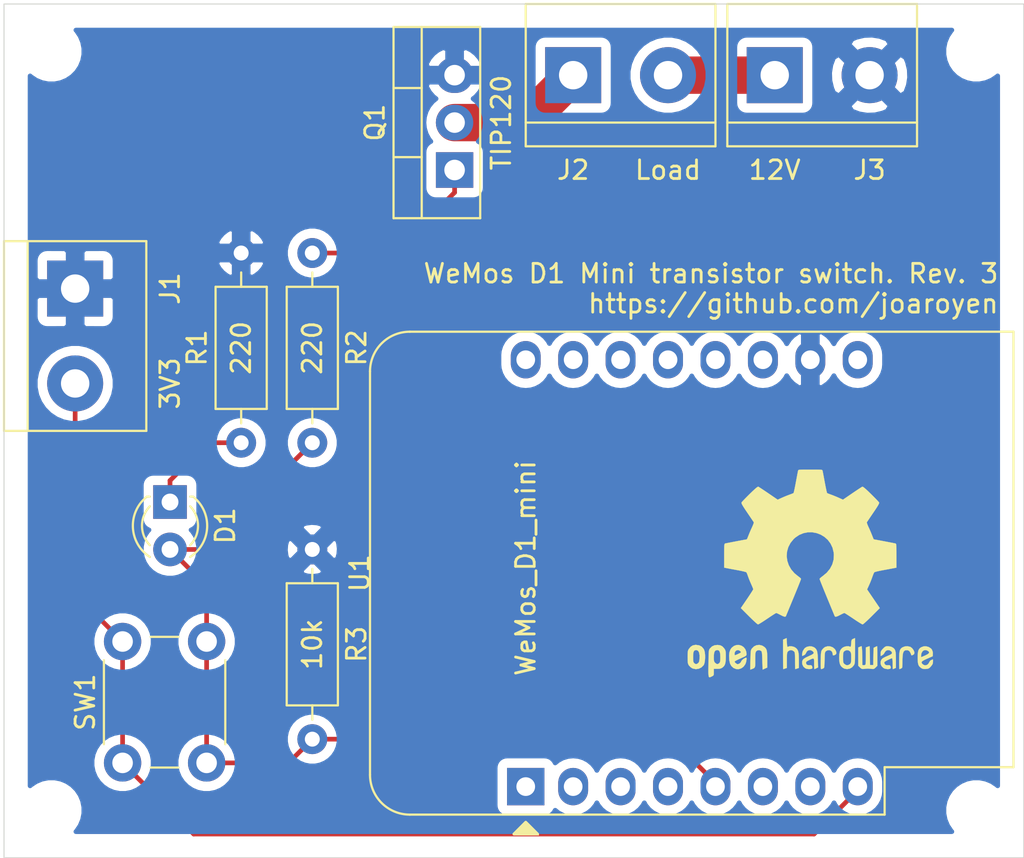
<source format=kicad_pcb>
(kicad_pcb (version 20171130) (host pcbnew "(5.1.5)-3")

  (general
    (thickness 1.6)
    (drawings 5)
    (tracks 27)
    (zones 0)
    (modules 15)
    (nets 21)
  )

  (page A4)
  (layers
    (0 F.Cu signal)
    (31 B.Cu signal)
    (32 B.Adhes user)
    (33 F.Adhes user)
    (34 B.Paste user)
    (35 F.Paste user)
    (36 B.SilkS user)
    (37 F.SilkS user)
    (38 B.Mask user)
    (39 F.Mask user)
    (40 Dwgs.User user)
    (41 Cmts.User user)
    (42 Eco1.User user)
    (43 Eco2.User user)
    (44 Edge.Cuts user)
    (45 Margin user)
    (46 B.CrtYd user)
    (47 F.CrtYd user)
    (48 B.Fab user hide)
    (49 F.Fab user hide)
  )

  (setup
    (last_trace_width 0.25)
    (user_trace_width 2)
    (trace_clearance 0.2)
    (zone_clearance 0.508)
    (zone_45_only no)
    (trace_min 0.2)
    (via_size 0.8)
    (via_drill 0.4)
    (via_min_size 0.4)
    (via_min_drill 0.3)
    (uvia_size 0.3)
    (uvia_drill 0.1)
    (uvias_allowed no)
    (uvia_min_size 0.2)
    (uvia_min_drill 0.1)
    (edge_width 0.05)
    (segment_width 0.2)
    (pcb_text_width 0.3)
    (pcb_text_size 1.5 1.5)
    (mod_edge_width 0.12)
    (mod_text_size 1 1)
    (mod_text_width 0.15)
    (pad_size 1.524 1.524)
    (pad_drill 0.762)
    (pad_to_mask_clearance 0.051)
    (solder_mask_min_width 0.25)
    (aux_axis_origin 0 0)
    (visible_elements 7FFFFFFF)
    (pcbplotparams
      (layerselection 0x010f0_ffffffff)
      (usegerberextensions false)
      (usegerberattributes false)
      (usegerberadvancedattributes false)
      (creategerberjobfile false)
      (excludeedgelayer true)
      (linewidth 0.100000)
      (plotframeref false)
      (viasonmask false)
      (mode 1)
      (useauxorigin false)
      (hpglpennumber 1)
      (hpglpenspeed 20)
      (hpglpendiameter 15.000000)
      (psnegative false)
      (psa4output false)
      (plotreference true)
      (plotvalue true)
      (plotinvisibletext false)
      (padsonsilk false)
      (subtractmaskfromsilk false)
      (outputformat 1)
      (mirror false)
      (drillshape 0)
      (scaleselection 1)
      (outputdirectory "EnterpriseBlinkIotDevice-gerbers/"))
  )

  (net 0 "")
  (net 1 "Net-(D1-Pad2)")
  (net 2 "Net-(D1-Pad1)")
  (net 3 GND)
  (net 4 "Net-(J2-Pad1)")
  (net 5 "Net-(Q1-Pad1)")
  (net 6 "Net-(U1-Pad16)")
  (net 7 "Net-(U1-Pad15)")
  (net 8 "Net-(U1-Pad14)")
  (net 9 "Net-(U1-Pad13)")
  (net 10 "Net-(U1-Pad12)")
  (net 11 "Net-(U1-Pad11)")
  (net 12 "Net-(U1-Pad9)")
  (net 13 "Net-(U1-Pad7)")
  (net 14 "Net-(U1-Pad6)")
  (net 15 "Net-(U1-Pad4)")
  (net 16 "Net-(U1-Pad3)")
  (net 17 "Net-(U1-Pad1)")
  (net 18 "Net-(U1-Pad2)")
  (net 19 "Net-(J1-Pad2)")
  (net 20 "Net-(J2-Pad2)")

  (net_class Default "This is the default net class."
    (clearance 0.2)
    (trace_width 0.25)
    (via_dia 0.8)
    (via_drill 0.4)
    (uvia_dia 0.3)
    (uvia_drill 0.1)
    (add_net GND)
    (add_net "Net-(D1-Pad1)")
    (add_net "Net-(D1-Pad2)")
    (add_net "Net-(J1-Pad2)")
    (add_net "Net-(J2-Pad1)")
    (add_net "Net-(J2-Pad2)")
    (add_net "Net-(Q1-Pad1)")
    (add_net "Net-(U1-Pad1)")
    (add_net "Net-(U1-Pad11)")
    (add_net "Net-(U1-Pad12)")
    (add_net "Net-(U1-Pad13)")
    (add_net "Net-(U1-Pad14)")
    (add_net "Net-(U1-Pad15)")
    (add_net "Net-(U1-Pad16)")
    (add_net "Net-(U1-Pad2)")
    (add_net "Net-(U1-Pad3)")
    (add_net "Net-(U1-Pad4)")
    (add_net "Net-(U1-Pad6)")
    (add_net "Net-(U1-Pad7)")
    (add_net "Net-(U1-Pad9)")
  )

  (module LED_THT:LED_D3.0mm (layer F.Cu) (tedit 587A3A7B) (tstamp 5DE86601)
    (at 148.59 102.87 270)
    (descr "LED, diameter 3.0mm, 2 pins")
    (tags "LED diameter 3.0mm 2 pins")
    (path /5D7416E9)
    (fp_text reference D1 (at 1.27 -2.96 90) (layer F.SilkS)
      (effects (font (size 1 1) (thickness 0.15)))
    )
    (fp_text value LED (at 1.27 2.96 90) (layer F.Fab)
      (effects (font (size 1 1) (thickness 0.15)))
    )
    (fp_line (start 3.7 -2.25) (end -1.15 -2.25) (layer F.CrtYd) (width 0.05))
    (fp_line (start 3.7 2.25) (end 3.7 -2.25) (layer F.CrtYd) (width 0.05))
    (fp_line (start -1.15 2.25) (end 3.7 2.25) (layer F.CrtYd) (width 0.05))
    (fp_line (start -1.15 -2.25) (end -1.15 2.25) (layer F.CrtYd) (width 0.05))
    (fp_line (start -0.29 1.08) (end -0.29 1.236) (layer F.SilkS) (width 0.12))
    (fp_line (start -0.29 -1.236) (end -0.29 -1.08) (layer F.SilkS) (width 0.12))
    (fp_line (start -0.23 -1.16619) (end -0.23 1.16619) (layer F.Fab) (width 0.1))
    (fp_circle (center 1.27 0) (end 2.77 0) (layer F.Fab) (width 0.1))
    (fp_arc (start 1.27 0) (end 0.229039 1.08) (angle -87.9) (layer F.SilkS) (width 0.12))
    (fp_arc (start 1.27 0) (end 0.229039 -1.08) (angle 87.9) (layer F.SilkS) (width 0.12))
    (fp_arc (start 1.27 0) (end -0.29 1.235516) (angle -108.8) (layer F.SilkS) (width 0.12))
    (fp_arc (start 1.27 0) (end -0.29 -1.235516) (angle 108.8) (layer F.SilkS) (width 0.12))
    (fp_arc (start 1.27 0) (end -0.23 -1.16619) (angle 284.3) (layer F.Fab) (width 0.1))
    (pad 2 thru_hole circle (at 2.54 0 270) (size 1.8 1.8) (drill 0.9) (layers *.Cu *.Mask)
      (net 1 "Net-(D1-Pad2)"))
    (pad 1 thru_hole rect (at 0 0 270) (size 1.8 1.8) (drill 0.9) (layers *.Cu *.Mask)
      (net 2 "Net-(D1-Pad1)"))
    (model ${KISYS3DMOD}/LED_THT.3dshapes/LED_D3.0mm.wrl
      (at (xyz 0 0 0))
      (scale (xyz 1 1 1))
      (rotate (xyz 0 0 0))
    )
  )

  (module Symbol:OSHW-Logo2_14.6x12mm_SilkScreen locked (layer F.Cu) (tedit 0) (tstamp 5DE8570B)
    (at 182.88 106.68)
    (descr "Open Source Hardware Symbol")
    (tags "Logo Symbol OSHW")
    (attr virtual)
    (fp_text reference REF** (at 0 0) (layer F.SilkS) hide
      (effects (font (size 1 1) (thickness 0.15)))
    )
    (fp_text value OSHW-Logo2_14.6x12mm_SilkScreen (at 0.75 0) (layer F.Fab) hide
      (effects (font (size 1 1) (thickness 0.15)))
    )
    (fp_poly (pts (xy 0.209014 -5.547002) (xy 0.367006 -5.546137) (xy 0.481347 -5.543795) (xy 0.559407 -5.539238)
      (xy 0.608554 -5.53173) (xy 0.636159 -5.520534) (xy 0.649592 -5.504912) (xy 0.656221 -5.484127)
      (xy 0.656865 -5.481437) (xy 0.666935 -5.432887) (xy 0.685575 -5.337095) (xy 0.710845 -5.204257)
      (xy 0.740807 -5.044569) (xy 0.773522 -4.868226) (xy 0.774664 -4.862033) (xy 0.807433 -4.689218)
      (xy 0.838093 -4.536531) (xy 0.864664 -4.413129) (xy 0.885167 -4.328169) (xy 0.897626 -4.29081)
      (xy 0.89822 -4.290148) (xy 0.934919 -4.271905) (xy 1.010586 -4.241503) (xy 1.108878 -4.205507)
      (xy 1.109425 -4.205315) (xy 1.233233 -4.158778) (xy 1.379196 -4.099496) (xy 1.516781 -4.039891)
      (xy 1.523293 -4.036944) (xy 1.74739 -3.935235) (xy 2.243619 -4.274103) (xy 2.395846 -4.377408)
      (xy 2.533741 -4.469763) (xy 2.649315 -4.545916) (xy 2.734579 -4.600615) (xy 2.781544 -4.628607)
      (xy 2.786004 -4.630683) (xy 2.820134 -4.62144) (xy 2.883881 -4.576844) (xy 2.979731 -4.494791)
      (xy 3.110169 -4.373179) (xy 3.243328 -4.243795) (xy 3.371694 -4.116298) (xy 3.486581 -3.999954)
      (xy 3.581073 -3.901948) (xy 3.648253 -3.829464) (xy 3.681206 -3.789687) (xy 3.682432 -3.787639)
      (xy 3.686074 -3.760344) (xy 3.67235 -3.715766) (xy 3.637869 -3.647888) (xy 3.579239 -3.550689)
      (xy 3.49307 -3.418149) (xy 3.3782 -3.247524) (xy 3.276254 -3.097345) (xy 3.185123 -2.96265)
      (xy 3.110073 -2.85126) (xy 3.056369 -2.770995) (xy 3.02928 -2.729675) (xy 3.027574 -2.72687)
      (xy 3.030882 -2.687279) (xy 3.055953 -2.610331) (xy 3.097798 -2.510568) (xy 3.112712 -2.478709)
      (xy 3.177786 -2.336774) (xy 3.247212 -2.175727) (xy 3.303609 -2.036379) (xy 3.344247 -1.932956)
      (xy 3.376526 -1.854358) (xy 3.395178 -1.81328) (xy 3.397497 -1.810115) (xy 3.431803 -1.804872)
      (xy 3.512669 -1.790506) (xy 3.629343 -1.769063) (xy 3.771075 -1.742587) (xy 3.92711 -1.713123)
      (xy 4.086698 -1.682717) (xy 4.239085 -1.653412) (xy 4.373521 -1.627255) (xy 4.479252 -1.60629)
      (xy 4.545526 -1.592561) (xy 4.561782 -1.58868) (xy 4.578573 -1.5791) (xy 4.591249 -1.557464)
      (xy 4.600378 -1.516469) (xy 4.606531 -1.448811) (xy 4.61028 -1.347188) (xy 4.612192 -1.204297)
      (xy 4.61284 -1.012835) (xy 4.612874 -0.934355) (xy 4.612874 -0.296094) (xy 4.459598 -0.26584)
      (xy 4.374322 -0.249436) (xy 4.24707 -0.225491) (xy 4.093315 -0.196893) (xy 3.928534 -0.166533)
      (xy 3.882989 -0.158194) (xy 3.730932 -0.12863) (xy 3.598468 -0.099558) (xy 3.496714 -0.073671)
      (xy 3.436788 -0.053663) (xy 3.426805 -0.047699) (xy 3.402293 -0.005466) (xy 3.367148 0.07637)
      (xy 3.328173 0.181683) (xy 3.320442 0.204368) (xy 3.26936 0.345018) (xy 3.205954 0.503714)
      (xy 3.143904 0.646225) (xy 3.143598 0.646886) (xy 3.040267 0.87044) (xy 3.719961 1.870232)
      (xy 3.283621 2.3073) (xy 3.151649 2.437381) (xy 3.031279 2.552048) (xy 2.929273 2.645181)
      (xy 2.852391 2.710658) (xy 2.807393 2.742357) (xy 2.800938 2.744368) (xy 2.76304 2.728529)
      (xy 2.685708 2.684496) (xy 2.577389 2.61749) (xy 2.446532 2.532734) (xy 2.305052 2.437816)
      (xy 2.161461 2.340998) (xy 2.033435 2.256751) (xy 1.929105 2.190258) (xy 1.8566 2.146702)
      (xy 1.824158 2.131264) (xy 1.784576 2.144328) (xy 1.709519 2.17875) (xy 1.614468 2.22738)
      (xy 1.604392 2.232785) (xy 1.476391 2.29698) (xy 1.388618 2.328463) (xy 1.334028 2.328798)
      (xy 1.305575 2.299548) (xy 1.30541 2.299138) (xy 1.291188 2.264498) (xy 1.257269 2.182269)
      (xy 1.206284 2.058814) (xy 1.140862 1.900498) (xy 1.063634 1.713686) (xy 0.977229 1.504742)
      (xy 0.893551 1.302446) (xy 0.801588 1.0792) (xy 0.71715 0.872392) (xy 0.642769 0.688362)
      (xy 0.580974 0.533451) (xy 0.534297 0.413996) (xy 0.505268 0.336339) (xy 0.496322 0.307356)
      (xy 0.518756 0.27411) (xy 0.577439 0.221123) (xy 0.655689 0.162704) (xy 0.878534 -0.022048)
      (xy 1.052718 -0.233818) (xy 1.176154 -0.468144) (xy 1.246754 -0.720566) (xy 1.262431 -0.986623)
      (xy 1.251036 -1.109425) (xy 1.18895 -1.364207) (xy 1.082023 -1.589199) (xy 0.936889 -1.782183)
      (xy 0.760178 -1.940939) (xy 0.558522 -2.06325) (xy 0.338554 -2.146895) (xy 0.106906 -2.189656)
      (xy -0.129791 -2.189313) (xy -0.364905 -2.143648) (xy -0.591804 -2.050441) (xy -0.803856 -1.907473)
      (xy -0.892364 -1.826617) (xy -1.062111 -1.618993) (xy -1.180301 -1.392105) (xy -1.247722 -1.152567)
      (xy -1.26516 -0.906993) (xy -1.233402 -0.661997) (xy -1.153235 -0.424192) (xy -1.025445 -0.200193)
      (xy -0.85082 0.003387) (xy -0.655688 0.162704) (xy -0.574409 0.223602) (xy -0.516991 0.276015)
      (xy -0.496322 0.307406) (xy -0.507144 0.341639) (xy -0.537923 0.423419) (xy -0.586126 0.546407)
      (xy -0.649222 0.704263) (xy -0.724678 0.890649) (xy -0.809962 1.099226) (xy -0.893781 1.302496)
      (xy -0.986255 1.525933) (xy -1.071911 1.732984) (xy -1.148118 1.917286) (xy -1.212247 2.072475)
      (xy -1.261668 2.192188) (xy -1.293752 2.270061) (xy -1.305641 2.299138) (xy -1.333726 2.328677)
      (xy -1.388051 2.328591) (xy -1.475605 2.297326) (xy -1.603381 2.233329) (xy -1.604392 2.232785)
      (xy -1.700598 2.183121) (xy -1.778369 2.146945) (xy -1.822223 2.131408) (xy -1.824158 2.131264)
      (xy -1.857171 2.147024) (xy -1.930054 2.19085) (xy -2.034678 2.257557) (xy -2.16291 2.341964)
      (xy -2.305052 2.437816) (xy -2.449767 2.534867) (xy -2.580196 2.61927) (xy -2.68789 2.685801)
      (xy -2.764402 2.729238) (xy -2.800938 2.744368) (xy -2.834582 2.724482) (xy -2.902224 2.668903)
      (xy -2.997107 2.583754) (xy -3.11247 2.475153) (xy -3.241555 2.349221) (xy -3.283771 2.307149)
      (xy -3.720261 1.869931) (xy -3.388023 1.38234) (xy -3.287054 1.232605) (xy -3.198438 1.09822)
      (xy -3.127146 0.986969) (xy -3.07815 0.906639) (xy -3.056422 0.865014) (xy -3.055785 0.862053)
      (xy -3.06724 0.822818) (xy -3.098051 0.743895) (xy -3.142884 0.638509) (xy -3.174353 0.567954)
      (xy -3.233192 0.432876) (xy -3.288604 0.296409) (xy -3.331564 0.181103) (xy -3.343234 0.145977)
      (xy -3.376389 0.052174) (xy -3.408799 -0.020306) (xy -3.426601 -0.047699) (xy -3.465886 -0.064464)
      (xy -3.551626 -0.08823) (xy -3.672697 -0.116303) (xy -3.817973 -0.145991) (xy -3.882988 -0.158194)
      (xy -4.048087 -0.188532) (xy -4.206448 -0.217907) (xy -4.342596 -0.243431) (xy -4.441057 -0.262215)
      (xy -4.459598 -0.26584) (xy -4.612873 -0.296094) (xy -4.612873 -0.934355) (xy -4.612529 -1.14423)
      (xy -4.611116 -1.30302) (xy -4.608064 -1.418027) (xy -4.602803 -1.496554) (xy -4.594763 -1.545904)
      (xy -4.583373 -1.573381) (xy -4.568063 -1.586287) (xy -4.561782 -1.58868) (xy -4.523896 -1.597167)
      (xy -4.440195 -1.6141) (xy -4.321433 -1.637434) (xy -4.178361 -1.665125) (xy -4.021732 -1.695127)
      (xy -3.862297 -1.725396) (xy -3.710809 -1.753885) (xy -3.578019 -1.778551) (xy -3.474681 -1.797349)
      (xy -3.411545 -1.808233) (xy -3.397497 -1.810115) (xy -3.38477 -1.835296) (xy -3.3566 -1.902378)
      (xy -3.318252 -1.998667) (xy -3.303609 -2.036379) (xy -3.244548 -2.182079) (xy -3.175 -2.343049)
      (xy -3.112712 -2.478709) (xy -3.066879 -2.582439) (xy -3.036387 -2.667674) (xy -3.026208 -2.719874)
      (xy -3.027831 -2.72687) (xy -3.049343 -2.759898) (xy -3.098465 -2.833357) (xy -3.169923 -2.939423)
      (xy -3.258445 -3.070274) (xy -3.358759 -3.218088) (xy -3.378594 -3.247266) (xy -3.494988 -3.420137)
      (xy -3.580548 -3.551774) (xy -3.638684 -3.648239) (xy -3.672808 -3.715592) (xy -3.686331 -3.759894)
      (xy -3.682664 -3.787206) (xy -3.68257 -3.78738) (xy -3.653707 -3.823254) (xy -3.589867 -3.892609)
      (xy -3.497969 -3.988255) (xy -3.384933 -4.103001) (xy -3.257679 -4.229659) (xy -3.243328 -4.243795)
      (xy -3.082957 -4.399097) (xy -2.959195 -4.51313) (xy -2.869555 -4.587998) (xy -2.811552 -4.625804)
      (xy -2.786004 -4.630683) (xy -2.748718 -4.609397) (xy -2.671343 -4.560227) (xy -2.561867 -4.488425)
      (xy -2.42828 -4.399245) (xy -2.27857 -4.297937) (xy -2.243618 -4.274103) (xy -1.74739 -3.935235)
      (xy -1.523293 -4.036944) (xy -1.387011 -4.096217) (xy -1.240724 -4.15583) (xy -1.114965 -4.20336)
      (xy -1.109425 -4.205315) (xy -1.011057 -4.241323) (xy -0.935229 -4.271771) (xy -0.898282 -4.290095)
      (xy -0.89822 -4.290148) (xy -0.886496 -4.323271) (xy -0.866568 -4.404733) (xy -0.840413 -4.525375)
      (xy -0.81001 -4.676041) (xy -0.777337 -4.847572) (xy -0.774664 -4.862033) (xy -0.74189 -5.038765)
      (xy -0.711802 -5.19919) (xy -0.686339 -5.333112) (xy -0.667441 -5.430337) (xy -0.657047 -5.480668)
      (xy -0.656865 -5.481437) (xy -0.650539 -5.502847) (xy -0.638239 -5.519012) (xy -0.612594 -5.530669)
      (xy -0.566235 -5.538555) (xy -0.491792 -5.543407) (xy -0.381895 -5.545961) (xy -0.229175 -5.546955)
      (xy -0.026262 -5.547126) (xy 0 -5.547126) (xy 0.209014 -5.547002)) (layer F.SilkS) (width 0.01))
    (fp_poly (pts (xy 6.343439 3.95654) (xy 6.45895 4.032034) (xy 6.514664 4.099617) (xy 6.558804 4.222255)
      (xy 6.562309 4.319298) (xy 6.554368 4.449056) (xy 6.255115 4.580039) (xy 6.109611 4.646958)
      (xy 6.014537 4.70079) (xy 5.965101 4.747416) (xy 5.956511 4.79272) (xy 5.983972 4.842582)
      (xy 6.014253 4.875632) (xy 6.102363 4.928633) (xy 6.198196 4.932347) (xy 6.286212 4.891041)
      (xy 6.350869 4.808983) (xy 6.362433 4.780008) (xy 6.417825 4.689509) (xy 6.481553 4.65094)
      (xy 6.568966 4.617946) (xy 6.568966 4.743034) (xy 6.561238 4.828156) (xy 6.530966 4.899938)
      (xy 6.467518 4.982356) (xy 6.458088 4.993066) (xy 6.387513 5.066391) (xy 6.326847 5.105742)
      (xy 6.25095 5.123845) (xy 6.18803 5.129774) (xy 6.075487 5.131251) (xy 5.99537 5.112535)
      (xy 5.94539 5.084747) (xy 5.866838 5.023641) (xy 5.812463 4.957554) (xy 5.778052 4.874441)
      (xy 5.759388 4.762254) (xy 5.752256 4.608946) (xy 5.751687 4.531136) (xy 5.753622 4.437853)
      (xy 5.929899 4.437853) (xy 5.931944 4.487896) (xy 5.937039 4.496092) (xy 5.970666 4.484958)
      (xy 6.04303 4.455493) (xy 6.139747 4.413601) (xy 6.159973 4.404597) (xy 6.282203 4.342442)
      (xy 6.349547 4.287815) (xy 6.364348 4.236649) (xy 6.328947 4.184876) (xy 6.299711 4.162)
      (xy 6.194216 4.11625) (xy 6.095476 4.123808) (xy 6.012812 4.179651) (xy 5.955548 4.278753)
      (xy 5.937188 4.357414) (xy 5.929899 4.437853) (xy 5.753622 4.437853) (xy 5.755459 4.349351)
      (xy 5.769359 4.214853) (xy 5.796894 4.116916) (xy 5.841572 4.044811) (xy 5.906901 3.987813)
      (xy 5.935383 3.969393) (xy 6.064763 3.921422) (xy 6.206412 3.918403) (xy 6.343439 3.95654)) (layer F.SilkS) (width 0.01))
    (fp_poly (pts (xy 5.33569 3.940018) (xy 5.370585 3.955269) (xy 5.453877 4.021235) (xy 5.525103 4.116618)
      (xy 5.569153 4.218406) (xy 5.576322 4.268587) (xy 5.552285 4.338647) (xy 5.499561 4.375717)
      (xy 5.443031 4.398164) (xy 5.417146 4.4023) (xy 5.404542 4.372283) (xy 5.379654 4.306961)
      (xy 5.368735 4.277445) (xy 5.307508 4.175348) (xy 5.218861 4.124423) (xy 5.105193 4.125989)
      (xy 5.096774 4.127994) (xy 5.036088 4.156767) (xy 4.991474 4.212859) (xy 4.961002 4.303163)
      (xy 4.942744 4.434571) (xy 4.934771 4.613974) (xy 4.934023 4.709433) (xy 4.933652 4.859913)
      (xy 4.931223 4.962495) (xy 4.92476 5.027672) (xy 4.912288 5.065938) (xy 4.891833 5.087785)
      (xy 4.861419 5.103707) (xy 4.859661 5.104509) (xy 4.801091 5.129272) (xy 4.772075 5.138391)
      (xy 4.767616 5.110822) (xy 4.763799 5.03462) (xy 4.760899 4.919541) (xy 4.759191 4.775341)
      (xy 4.758851 4.669814) (xy 4.760588 4.465613) (xy 4.767382 4.310697) (xy 4.781607 4.196024)
      (xy 4.805638 4.112551) (xy 4.841848 4.051236) (xy 4.892612 4.003034) (xy 4.942739 3.969393)
      (xy 5.063275 3.924619) (xy 5.203557 3.914521) (xy 5.33569 3.940018)) (layer F.SilkS) (width 0.01))
    (fp_poly (pts (xy 4.314406 3.935156) (xy 4.398469 3.973393) (xy 4.46445 4.019726) (xy 4.512794 4.071532)
      (xy 4.546172 4.138363) (xy 4.567253 4.229769) (xy 4.578707 4.355301) (xy 4.583203 4.524508)
      (xy 4.583678 4.635933) (xy 4.583678 5.070627) (xy 4.509316 5.104509) (xy 4.450746 5.129272)
      (xy 4.42173 5.138391) (xy 4.416179 5.111257) (xy 4.411775 5.038094) (xy 4.409078 4.931263)
      (xy 4.408506 4.846437) (xy 4.406046 4.723887) (xy 4.399412 4.626668) (xy 4.389726 4.567134)
      (xy 4.382032 4.554483) (xy 4.330311 4.567402) (xy 4.249117 4.600539) (xy 4.155102 4.645461)
      (xy 4.064917 4.693735) (xy 3.995215 4.736928) (xy 3.962648 4.766608) (xy 3.962519 4.766929)
      (xy 3.96532 4.821857) (xy 3.990439 4.874292) (xy 4.034541 4.916881) (xy 4.098909 4.931126)
      (xy 4.153921 4.929466) (xy 4.231835 4.928245) (xy 4.272732 4.946498) (xy 4.297295 4.994726)
      (xy 4.300392 5.00382) (xy 4.31104 5.072598) (xy 4.282565 5.11436) (xy 4.208344 5.134263)
      (xy 4.128168 5.137944) (xy 3.98389 5.110658) (xy 3.909203 5.07169) (xy 3.816963 4.980148)
      (xy 3.768043 4.867782) (xy 3.763654 4.749051) (xy 3.805001 4.638411) (xy 3.867197 4.56908)
      (xy 3.929294 4.530265) (xy 4.026895 4.481125) (xy 4.140632 4.431292) (xy 4.15959 4.423677)
      (xy 4.284521 4.368545) (xy 4.356539 4.319954) (xy 4.3797 4.271647) (xy 4.358064 4.21737)
      (xy 4.32092 4.174943) (xy 4.233127 4.122702) (xy 4.13653 4.118784) (xy 4.047944 4.159041)
      (xy 3.984186 4.239326) (xy 3.975817 4.26004) (xy 3.927096 4.336225) (xy 3.855965 4.392785)
      (xy 3.766207 4.439201) (xy 3.766207 4.307584) (xy 3.77149 4.227168) (xy 3.794142 4.163786)
      (xy 3.844367 4.096163) (xy 3.892582 4.044076) (xy 3.967554 3.970322) (xy 4.025806 3.930702)
      (xy 4.088372 3.91481) (xy 4.159193 3.912184) (xy 4.314406 3.935156)) (layer F.SilkS) (width 0.01))
    (fp_poly (pts (xy 3.580124 3.93984) (xy 3.584579 4.016653) (xy 3.588071 4.133391) (xy 3.590315 4.280821)
      (xy 3.591035 4.435455) (xy 3.591035 4.958727) (xy 3.498645 5.051117) (xy 3.434978 5.108047)
      (xy 3.379089 5.131107) (xy 3.302702 5.129647) (xy 3.27238 5.125934) (xy 3.17761 5.115126)
      (xy 3.099222 5.108933) (xy 3.080115 5.108361) (xy 3.015699 5.112102) (xy 2.923571 5.121494)
      (xy 2.88785 5.125934) (xy 2.800114 5.132801) (xy 2.741153 5.117885) (xy 2.68269 5.071835)
      (xy 2.661585 5.051117) (xy 2.569195 4.958727) (xy 2.569195 3.979947) (xy 2.643558 3.946066)
      (xy 2.70759 3.92097) (xy 2.745052 3.912184) (xy 2.754657 3.93995) (xy 2.763635 4.01753)
      (xy 2.771386 4.136348) (xy 2.777314 4.287828) (xy 2.780173 4.415805) (xy 2.788161 4.919425)
      (xy 2.857848 4.929278) (xy 2.921229 4.922389) (xy 2.952286 4.900083) (xy 2.960967 4.858379)
      (xy 2.968378 4.769544) (xy 2.973931 4.644834) (xy 2.977036 4.495507) (xy 2.977484 4.418661)
      (xy 2.977931 3.976287) (xy 3.069874 3.944235) (xy 3.134949 3.922443) (xy 3.170347 3.912281)
      (xy 3.171368 3.912184) (xy 3.17492 3.939809) (xy 3.178823 4.016411) (xy 3.182751 4.132579)
      (xy 3.186376 4.278904) (xy 3.188908 4.415805) (xy 3.196897 4.919425) (xy 3.372069 4.919425)
      (xy 3.380107 4.459965) (xy 3.388146 4.000505) (xy 3.473543 3.956344) (xy 3.536593 3.926019)
      (xy 3.57391 3.912258) (xy 3.574987 3.912184) (xy 3.580124 3.93984)) (layer F.SilkS) (width 0.01))
    (fp_poly (pts (xy 2.393914 4.154455) (xy 2.393543 4.372661) (xy 2.392108 4.540519) (xy 2.389002 4.66607)
      (xy 2.383622 4.757355) (xy 2.375362 4.822415) (xy 2.363616 4.869291) (xy 2.347781 4.906024)
      (xy 2.33579 4.926991) (xy 2.23649 5.040694) (xy 2.110588 5.111965) (xy 1.971291 5.137538)
      (xy 1.831805 5.11415) (xy 1.748743 5.072119) (xy 1.661545 4.999411) (xy 1.602117 4.910612)
      (xy 1.566261 4.79432) (xy 1.549781 4.639135) (xy 1.547447 4.525287) (xy 1.547761 4.517106)
      (xy 1.751724 4.517106) (xy 1.75297 4.647657) (xy 1.758678 4.73408) (xy 1.771804 4.790618)
      (xy 1.795306 4.831514) (xy 1.823386 4.862362) (xy 1.917688 4.921905) (xy 2.01894 4.926992)
      (xy 2.114636 4.877279) (xy 2.122084 4.870543) (xy 2.153874 4.835502) (xy 2.173808 4.793811)
      (xy 2.1846 4.731762) (xy 2.188965 4.635644) (xy 2.189655 4.529379) (xy 2.188159 4.39588)
      (xy 2.181964 4.306822) (xy 2.168514 4.248293) (xy 2.145251 4.206382) (xy 2.126175 4.184123)
      (xy 2.037563 4.127985) (xy 1.935508 4.121235) (xy 1.838095 4.164114) (xy 1.819296 4.180032)
      (xy 1.787293 4.215382) (xy 1.767318 4.257502) (xy 1.756593 4.320251) (xy 1.752339 4.417487)
      (xy 1.751724 4.517106) (xy 1.547761 4.517106) (xy 1.554504 4.341947) (xy 1.578472 4.204195)
      (xy 1.623548 4.100632) (xy 1.693928 4.019856) (xy 1.748743 3.978455) (xy 1.848376 3.933728)
      (xy 1.963855 3.912967) (xy 2.071199 3.918525) (xy 2.131264 3.940943) (xy 2.154835 3.947323)
      (xy 2.170477 3.923535) (xy 2.181395 3.859788) (xy 2.189655 3.762687) (xy 2.198699 3.654541)
      (xy 2.211261 3.589475) (xy 2.234119 3.552268) (xy 2.274051 3.527699) (xy 2.299138 3.516819)
      (xy 2.394023 3.477072) (xy 2.393914 4.154455)) (layer F.SilkS) (width 0.01))
    (fp_poly (pts (xy 1.065943 3.92192) (xy 1.198565 3.970859) (xy 1.30601 4.057419) (xy 1.348032 4.118352)
      (xy 1.393843 4.230161) (xy 1.392891 4.311006) (xy 1.344808 4.365378) (xy 1.327017 4.374624)
      (xy 1.250204 4.40345) (xy 1.210976 4.396065) (xy 1.197689 4.347658) (xy 1.197012 4.32092)
      (xy 1.172686 4.222548) (xy 1.109281 4.153734) (xy 1.021154 4.120498) (xy 0.922663 4.128861)
      (xy 0.842602 4.172296) (xy 0.815561 4.197072) (xy 0.796394 4.227129) (xy 0.783446 4.272565)
      (xy 0.775064 4.343476) (xy 0.769593 4.44996) (xy 0.765378 4.602112) (xy 0.764287 4.650287)
      (xy 0.760307 4.815095) (xy 0.755781 4.931088) (xy 0.748995 5.007833) (xy 0.738231 5.054893)
      (xy 0.721773 5.081835) (xy 0.697906 5.098223) (xy 0.682626 5.105463) (xy 0.617733 5.13022)
      (xy 0.579534 5.138391) (xy 0.566912 5.111103) (xy 0.559208 5.028603) (xy 0.55638 4.889941)
      (xy 0.558386 4.694162) (xy 0.559011 4.663965) (xy 0.563421 4.485349) (xy 0.568635 4.354923)
      (xy 0.576055 4.262492) (xy 0.587082 4.197858) (xy 0.603117 4.150825) (xy 0.625561 4.111196)
      (xy 0.637302 4.094215) (xy 0.704619 4.01908) (xy 0.77991 3.960638) (xy 0.789128 3.955536)
      (xy 0.924133 3.91526) (xy 1.065943 3.92192)) (layer F.SilkS) (width 0.01))
    (fp_poly (pts (xy 0.079944 3.92436) (xy 0.194343 3.966842) (xy 0.195652 3.967658) (xy 0.266403 4.01973)
      (xy 0.318636 4.080584) (xy 0.355371 4.159887) (xy 0.379634 4.267309) (xy 0.394445 4.412517)
      (xy 0.402829 4.605179) (xy 0.403564 4.632628) (xy 0.41412 5.046521) (xy 0.325291 5.092456)
      (xy 0.261018 5.123498) (xy 0.22221 5.138206) (xy 0.220415 5.138391) (xy 0.2137 5.11125)
      (xy 0.208365 5.038041) (xy 0.205083 4.931081) (xy 0.204368 4.844469) (xy 0.204351 4.704162)
      (xy 0.197937 4.616051) (xy 0.17558 4.574025) (xy 0.127732 4.571975) (xy 0.044849 4.60379)
      (xy -0.080287 4.662272) (xy -0.172303 4.710845) (xy -0.219629 4.752986) (xy -0.233542 4.798916)
      (xy -0.233563 4.801189) (xy -0.210605 4.880311) (xy -0.14263 4.923055) (xy -0.038602 4.929246)
      (xy 0.03633 4.928172) (xy 0.075839 4.949753) (xy 0.100478 5.001591) (xy 0.114659 5.067632)
      (xy 0.094223 5.105104) (xy 0.086528 5.110467) (xy 0.014083 5.132006) (xy -0.087367 5.135055)
      (xy -0.191843 5.120778) (xy -0.265875 5.094688) (xy -0.368228 5.007785) (xy -0.426409 4.886816)
      (xy -0.437931 4.792308) (xy -0.429138 4.707062) (xy -0.39732 4.637476) (xy -0.334316 4.575672)
      (xy -0.231969 4.513772) (xy -0.082118 4.443897) (xy -0.072988 4.439948) (xy 0.061997 4.377588)
      (xy 0.145294 4.326446) (xy 0.180997 4.280488) (xy 0.173203 4.233683) (xy 0.126007 4.179998)
      (xy 0.111894 4.167644) (xy 0.017359 4.119741) (xy -0.080594 4.121758) (xy -0.165903 4.168724)
      (xy -0.222504 4.255669) (xy -0.227763 4.272734) (xy -0.278977 4.355504) (xy -0.343963 4.395372)
      (xy -0.437931 4.434882) (xy -0.437931 4.332658) (xy -0.409347 4.184072) (xy -0.324505 4.047784)
      (xy -0.280355 4.002191) (xy -0.179995 3.943674) (xy -0.052365 3.917184) (xy 0.079944 3.92436)) (layer F.SilkS) (width 0.01))
    (fp_poly (pts (xy -1.255402 3.723857) (xy -1.246846 3.843188) (xy -1.237019 3.913506) (xy -1.223401 3.944179)
      (xy -1.203473 3.944571) (xy -1.197011 3.94091) (xy -1.11106 3.914398) (xy -0.999255 3.915946)
      (xy -0.885586 3.943199) (xy -0.81449 3.978455) (xy -0.741595 4.034778) (xy -0.688307 4.098519)
      (xy -0.651725 4.17951) (xy -0.62895 4.287586) (xy -0.617081 4.43258) (xy -0.613218 4.624326)
      (xy -0.613149 4.661109) (xy -0.613103 5.074288) (xy -0.705046 5.106339) (xy -0.770348 5.128144)
      (xy -0.806176 5.138297) (xy -0.80723 5.138391) (xy -0.810758 5.11086) (xy -0.813761 5.034923)
      (xy -0.81601 4.920565) (xy -0.817276 4.777769) (xy -0.817471 4.690951) (xy -0.817877 4.519773)
      (xy -0.819968 4.397088) (xy -0.825053 4.313) (xy -0.83444 4.257614) (xy -0.849439 4.221032)
      (xy -0.871358 4.193359) (xy -0.885043 4.180032) (xy -0.979051 4.126328) (xy -1.081636 4.122307)
      (xy -1.17471 4.167725) (xy -1.191922 4.184123) (xy -1.217168 4.214957) (xy -1.23468 4.251531)
      (xy -1.245858 4.304415) (xy -1.252104 4.384177) (xy -1.254818 4.501385) (xy -1.255402 4.662991)
      (xy -1.255402 5.074288) (xy -1.347345 5.106339) (xy -1.412647 5.128144) (xy -1.448475 5.138297)
      (xy -1.449529 5.138391) (xy -1.452225 5.110448) (xy -1.454655 5.03163) (xy -1.456722 4.909453)
      (xy -1.458329 4.751432) (xy -1.459377 4.565083) (xy -1.459769 4.35792) (xy -1.45977 4.348706)
      (xy -1.45977 3.55902) (xy -1.364885 3.518997) (xy -1.27 3.478973) (xy -1.255402 3.723857)) (layer F.SilkS) (width 0.01))
    (fp_poly (pts (xy -3.684448 3.884676) (xy -3.569342 3.962111) (xy -3.480389 4.073949) (xy -3.427251 4.216265)
      (xy -3.416503 4.321015) (xy -3.417724 4.364726) (xy -3.427944 4.398194) (xy -3.456039 4.428179)
      (xy -3.510884 4.46144) (xy -3.601355 4.504738) (xy -3.736328 4.564833) (xy -3.737011 4.565134)
      (xy -3.861249 4.622037) (xy -3.963127 4.672565) (xy -4.032233 4.71128) (xy -4.058154 4.73274)
      (xy -4.058161 4.732913) (xy -4.035315 4.779644) (xy -3.981891 4.831154) (xy -3.920558 4.868261)
      (xy -3.889485 4.875632) (xy -3.804711 4.850138) (xy -3.731707 4.786291) (xy -3.696087 4.716094)
      (xy -3.66182 4.664343) (xy -3.594697 4.605409) (xy -3.515792 4.554496) (xy -3.446179 4.526809)
      (xy -3.431623 4.525287) (xy -3.415237 4.550321) (xy -3.41425 4.614311) (xy -3.426292 4.700593)
      (xy -3.448993 4.792501) (xy -3.479986 4.873369) (xy -3.481552 4.876509) (xy -3.574819 5.006734)
      (xy -3.695696 5.095311) (xy -3.832973 5.138786) (xy -3.97544 5.133706) (xy -4.111888 5.076616)
      (xy -4.117955 5.072602) (xy -4.22529 4.975326) (xy -4.295868 4.848409) (xy -4.334926 4.681526)
      (xy -4.340168 4.634639) (xy -4.349452 4.413329) (xy -4.338322 4.310124) (xy -4.058161 4.310124)
      (xy -4.054521 4.374503) (xy -4.034611 4.393291) (xy -3.984974 4.379235) (xy -3.906733 4.346009)
      (xy -3.819274 4.304359) (xy -3.817101 4.303256) (xy -3.74297 4.264265) (xy -3.713219 4.238244)
      (xy -3.720555 4.210965) (xy -3.751447 4.175121) (xy -3.83004 4.123251) (xy -3.914677 4.119439)
      (xy -3.990597 4.157189) (xy -4.043035 4.230001) (xy -4.058161 4.310124) (xy -4.338322 4.310124)
      (xy -4.330356 4.236261) (xy -4.281366 4.095829) (xy -4.213164 3.997447) (xy -4.090065 3.89803)
      (xy -3.954472 3.848711) (xy -3.816045 3.845568) (xy -3.684448 3.884676)) (layer F.SilkS) (width 0.01))
    (fp_poly (pts (xy -5.951779 3.866015) (xy -5.814939 3.937968) (xy -5.713949 4.053766) (xy -5.678075 4.128213)
      (xy -5.650161 4.239992) (xy -5.635871 4.381227) (xy -5.634516 4.535371) (xy -5.645405 4.685879)
      (xy -5.667847 4.816205) (xy -5.70115 4.909803) (xy -5.711385 4.925922) (xy -5.832618 5.046249)
      (xy -5.976613 5.118317) (xy -6.132861 5.139408) (xy -6.290852 5.106802) (xy -6.33482 5.087253)
      (xy -6.420444 5.027012) (xy -6.495592 4.947135) (xy -6.502694 4.937004) (xy -6.531561 4.888181)
      (xy -6.550643 4.83599) (xy -6.561916 4.767285) (xy -6.567355 4.668918) (xy -6.568938 4.527744)
      (xy -6.568965 4.496092) (xy -6.568893 4.486019) (xy -6.277011 4.486019) (xy -6.275313 4.619256)
      (xy -6.268628 4.707674) (xy -6.254575 4.764785) (xy -6.230771 4.804102) (xy -6.218621 4.817241)
      (xy -6.148764 4.867172) (xy -6.080941 4.864895) (xy -6.012365 4.821584) (xy -5.971465 4.775346)
      (xy -5.947242 4.707857) (xy -5.933639 4.601433) (xy -5.932706 4.58902) (xy -5.930384 4.396147)
      (xy -5.95465 4.2529) (xy -6.005176 4.16016) (xy -6.081632 4.118807) (xy -6.108924 4.116552)
      (xy -6.180589 4.127893) (xy -6.22961 4.167184) (xy -6.259582 4.242326) (xy -6.274101 4.361222)
      (xy -6.277011 4.486019) (xy -6.568893 4.486019) (xy -6.567878 4.345659) (xy -6.563312 4.240549)
      (xy -6.553312 4.167714) (xy -6.535921 4.114108) (xy -6.509184 4.066681) (xy -6.503276 4.057864)
      (xy -6.403968 3.939007) (xy -6.295758 3.870008) (xy -6.164019 3.842619) (xy -6.119283 3.841281)
      (xy -5.951779 3.866015)) (layer F.SilkS) (width 0.01))
    (fp_poly (pts (xy -2.582571 3.877719) (xy -2.488877 3.931914) (xy -2.423736 3.985707) (xy -2.376093 4.042066)
      (xy -2.343272 4.110987) (xy -2.322594 4.202468) (xy -2.31138 4.326506) (xy -2.306951 4.493098)
      (xy -2.306437 4.612851) (xy -2.306437 5.053659) (xy -2.430517 5.109283) (xy -2.554598 5.164907)
      (xy -2.569195 4.682095) (xy -2.575227 4.501779) (xy -2.581555 4.370901) (xy -2.589394 4.280511)
      (xy -2.599963 4.221664) (xy -2.614477 4.185413) (xy -2.634152 4.16281) (xy -2.640465 4.157917)
      (xy -2.736112 4.119706) (xy -2.832793 4.134827) (xy -2.890345 4.174943) (xy -2.913755 4.20337)
      (xy -2.929961 4.240672) (xy -2.940259 4.297223) (xy -2.945951 4.383394) (xy -2.948336 4.509558)
      (xy -2.948736 4.641042) (xy -2.948814 4.805999) (xy -2.951639 4.922761) (xy -2.961093 5.00151)
      (xy -2.98106 5.052431) (xy -3.015424 5.085706) (xy -3.068068 5.11152) (xy -3.138383 5.138344)
      (xy -3.21518 5.167542) (xy -3.206038 4.649346) (xy -3.202357 4.462539) (xy -3.19805 4.32449)
      (xy -3.191877 4.225568) (xy -3.182598 4.156145) (xy -3.168973 4.10659) (xy -3.149761 4.067273)
      (xy -3.126598 4.032584) (xy -3.014848 3.92177) (xy -2.878487 3.857689) (xy -2.730175 3.842339)
      (xy -2.582571 3.877719)) (layer F.SilkS) (width 0.01))
    (fp_poly (pts (xy -4.8281 3.861903) (xy -4.71655 3.917522) (xy -4.618092 4.019931) (xy -4.590977 4.057864)
      (xy -4.561438 4.1075) (xy -4.542272 4.161412) (xy -4.531307 4.233364) (xy -4.526371 4.337122)
      (xy -4.525287 4.474101) (xy -4.530182 4.661815) (xy -4.547196 4.802758) (xy -4.579823 4.907908)
      (xy -4.631558 4.988243) (xy -4.705896 5.054741) (xy -4.711358 5.058678) (xy -4.78462 5.098953)
      (xy -4.87284 5.11888) (xy -4.985038 5.123793) (xy -5.167433 5.123793) (xy -5.167509 5.300857)
      (xy -5.169207 5.39947) (xy -5.17955 5.457314) (xy -5.206578 5.492006) (xy -5.258332 5.521164)
      (xy -5.270761 5.527121) (xy -5.328923 5.555039) (xy -5.373956 5.572672) (xy -5.407441 5.574194)
      (xy -5.430962 5.553781) (xy -5.4461 5.505607) (xy -5.454437 5.423846) (xy -5.457556 5.302672)
      (xy -5.45704 5.13626) (xy -5.454471 4.918785) (xy -5.453668 4.853736) (xy -5.450778 4.629502)
      (xy -5.448188 4.482821) (xy -5.167586 4.482821) (xy -5.166009 4.607326) (xy -5.159 4.688787)
      (xy -5.143142 4.742515) (xy -5.115019 4.783823) (xy -5.095925 4.803971) (xy -5.017865 4.862921)
      (xy -4.948753 4.86772) (xy -4.87744 4.819038) (xy -4.875632 4.817241) (xy -4.846617 4.779618)
      (xy -4.828967 4.728484) (xy -4.820064 4.649738) (xy -4.817291 4.529276) (xy -4.817241 4.502588)
      (xy -4.823942 4.336583) (xy -4.845752 4.221505) (xy -4.885235 4.151254) (xy -4.944956 4.119729)
      (xy -4.979472 4.116552) (xy -5.061389 4.13146) (xy -5.117579 4.180548) (xy -5.151402 4.270362)
      (xy -5.16622 4.407445) (xy -5.167586 4.482821) (xy -5.448188 4.482821) (xy -5.447713 4.455952)
      (xy -5.443753 4.325382) (xy -5.438174 4.230087) (xy -5.430254 4.162364) (xy -5.419269 4.114507)
      (xy -5.404499 4.078813) (xy -5.385218 4.047578) (xy -5.376951 4.035824) (xy -5.267288 3.924797)
      (xy -5.128635 3.861847) (xy -4.968246 3.844297) (xy -4.8281 3.861903)) (layer F.SilkS) (width 0.01))
  )

  (module MountingHole:MountingHole_2.2mm_M2 locked (layer F.Cu) (tedit 56D1B4CB) (tstamp 5DE8477B)
    (at 191.77 78.74)
    (descr "Mounting Hole 2.2mm, no annular, M2")
    (tags "mounting hole 2.2mm no annular m2")
    (attr virtual)
    (fp_text reference REF** (at 0 -3.2) (layer F.Fab) hide
      (effects (font (size 1 1) (thickness 0.15)))
    )
    (fp_text value MountingHole_2.2mm_M2 (at 0 3.2) (layer F.Fab)
      (effects (font (size 1 1) (thickness 0.15)))
    )
    (fp_text user %R (at 0.3 0) (layer F.Fab)
      (effects (font (size 1 1) (thickness 0.15)))
    )
    (fp_circle (center 0 0) (end 2.2 0) (layer Cmts.User) (width 0.15))
    (fp_circle (center 0 0) (end 2.45 0) (layer F.CrtYd) (width 0.05))
    (pad 1 np_thru_hole circle (at 0 0) (size 2.2 2.2) (drill 2.2) (layers *.Cu *.Mask))
  )

  (module MountingHole:MountingHole_2.2mm_M2 locked (layer F.Cu) (tedit 56D1B4CB) (tstamp 5DE8470D)
    (at 142.24 78.74)
    (descr "Mounting Hole 2.2mm, no annular, M2")
    (tags "mounting hole 2.2mm no annular m2")
    (attr virtual)
    (fp_text reference REF** (at 0 -3.2) (layer F.Fab) hide
      (effects (font (size 1 1) (thickness 0.15)))
    )
    (fp_text value MountingHole_2.2mm_M2 (at 0 3.2) (layer F.Fab)
      (effects (font (size 1 1) (thickness 0.15)))
    )
    (fp_text user %R (at 0.3 0) (layer F.Fab)
      (effects (font (size 1 1) (thickness 0.15)))
    )
    (fp_circle (center 0 0) (end 2.2 0) (layer Cmts.User) (width 0.15))
    (fp_circle (center 0 0) (end 2.45 0) (layer F.CrtYd) (width 0.05))
    (pad 1 np_thru_hole circle (at 0 0) (size 2.2 2.2) (drill 2.2) (layers *.Cu *.Mask))
  )

  (module MountingHole:MountingHole_2.2mm_M2 locked (layer F.Cu) (tedit 56D1B4CB) (tstamp 5DE8470D)
    (at 191.77 119.38)
    (descr "Mounting Hole 2.2mm, no annular, M2")
    (tags "mounting hole 2.2mm no annular m2")
    (attr virtual)
    (fp_text reference REF** (at 0 -3.2) (layer F.Fab) hide
      (effects (font (size 1 1) (thickness 0.15)))
    )
    (fp_text value MountingHole_2.2mm_M2 (at 0 3.2) (layer F.Fab)
      (effects (font (size 1 1) (thickness 0.15)))
    )
    (fp_text user %R (at 0.3 0) (layer F.Fab)
      (effects (font (size 1 1) (thickness 0.15)))
    )
    (fp_circle (center 0 0) (end 2.2 0) (layer Cmts.User) (width 0.15))
    (fp_circle (center 0 0) (end 2.45 0) (layer F.CrtYd) (width 0.05))
    (pad 1 np_thru_hole circle (at 0 0) (size 2.2 2.2) (drill 2.2) (layers *.Cu *.Mask))
  )

  (module MountingHole:MountingHole_2.2mm_M2 locked (layer F.Cu) (tedit 56D1B4CB) (tstamp 5DE84562)
    (at 142.24 119.38)
    (descr "Mounting Hole 2.2mm, no annular, M2")
    (tags "mounting hole 2.2mm no annular m2")
    (attr virtual)
    (fp_text reference REF** (at 0 -3.2) (layer F.Fab) hide
      (effects (font (size 1 1) (thickness 0.15)))
    )
    (fp_text value MountingHole_2.2mm_M2 (at 0 3.2) (layer F.Fab)
      (effects (font (size 1 1) (thickness 0.15)))
    )
    (fp_circle (center 0 0) (end 2.45 0) (layer F.CrtYd) (width 0.05))
    (fp_circle (center 0 0) (end 2.2 0) (layer Cmts.User) (width 0.15))
    (fp_text user %R (at 0.3 0) (layer F.Fab)
      (effects (font (size 1 1) (thickness 0.15)))
    )
    (pad 1 np_thru_hole circle (at 0 0) (size 2.2 2.2) (drill 2.2) (layers *.Cu *.Mask))
  )

  (module Button_Switch_THT:SW_PUSH_6mm (layer F.Cu) (tedit 5A02FE31) (tstamp 5DE825C2)
    (at 146.05 116.84 90)
    (descr https://www.omron.com/ecb/products/pdf/en-b3f.pdf)
    (tags "tact sw push 6mm")
    (path /5DE1BC64)
    (fp_text reference SW1 (at 3.25 -2 90) (layer F.SilkS)
      (effects (font (size 1 1) (thickness 0.15)))
    )
    (fp_text value SW_Push (at 3.75 6.7 90) (layer F.Fab)
      (effects (font (size 1 1) (thickness 0.15)))
    )
    (fp_circle (center 3.25 2.25) (end 1.25 2.5) (layer F.Fab) (width 0.1))
    (fp_line (start 6.75 3) (end 6.75 1.5) (layer F.SilkS) (width 0.12))
    (fp_line (start 5.5 -1) (end 1 -1) (layer F.SilkS) (width 0.12))
    (fp_line (start -0.25 1.5) (end -0.25 3) (layer F.SilkS) (width 0.12))
    (fp_line (start 1 5.5) (end 5.5 5.5) (layer F.SilkS) (width 0.12))
    (fp_line (start 8 -1.25) (end 8 5.75) (layer F.CrtYd) (width 0.05))
    (fp_line (start 7.75 6) (end -1.25 6) (layer F.CrtYd) (width 0.05))
    (fp_line (start -1.5 5.75) (end -1.5 -1.25) (layer F.CrtYd) (width 0.05))
    (fp_line (start -1.25 -1.5) (end 7.75 -1.5) (layer F.CrtYd) (width 0.05))
    (fp_line (start -1.5 6) (end -1.25 6) (layer F.CrtYd) (width 0.05))
    (fp_line (start -1.5 5.75) (end -1.5 6) (layer F.CrtYd) (width 0.05))
    (fp_line (start -1.5 -1.5) (end -1.25 -1.5) (layer F.CrtYd) (width 0.05))
    (fp_line (start -1.5 -1.25) (end -1.5 -1.5) (layer F.CrtYd) (width 0.05))
    (fp_line (start 8 -1.5) (end 8 -1.25) (layer F.CrtYd) (width 0.05))
    (fp_line (start 7.75 -1.5) (end 8 -1.5) (layer F.CrtYd) (width 0.05))
    (fp_line (start 8 6) (end 8 5.75) (layer F.CrtYd) (width 0.05))
    (fp_line (start 7.75 6) (end 8 6) (layer F.CrtYd) (width 0.05))
    (fp_line (start 0.25 -0.75) (end 3.25 -0.75) (layer F.Fab) (width 0.1))
    (fp_line (start 0.25 5.25) (end 0.25 -0.75) (layer F.Fab) (width 0.1))
    (fp_line (start 6.25 5.25) (end 0.25 5.25) (layer F.Fab) (width 0.1))
    (fp_line (start 6.25 -0.75) (end 6.25 5.25) (layer F.Fab) (width 0.1))
    (fp_line (start 3.25 -0.75) (end 6.25 -0.75) (layer F.Fab) (width 0.1))
    (fp_text user %R (at 3.25 2.25 90) (layer F.Fab)
      (effects (font (size 1 1) (thickness 0.15)))
    )
    (pad 1 thru_hole circle (at 6.5 0 180) (size 2 2) (drill 1.1) (layers *.Cu *.Mask)
      (net 19 "Net-(J1-Pad2)"))
    (pad 2 thru_hole circle (at 6.5 4.5 180) (size 2 2) (drill 1.1) (layers *.Cu *.Mask)
      (net 1 "Net-(D1-Pad2)"))
    (pad 1 thru_hole circle (at 0 0 180) (size 2 2) (drill 1.1) (layers *.Cu *.Mask)
      (net 19 "Net-(J1-Pad2)"))
    (pad 2 thru_hole circle (at 0 4.5 180) (size 2 2) (drill 1.1) (layers *.Cu *.Mask)
      (net 1 "Net-(D1-Pad2)"))
    (model ${KISYS3DMOD}/Button_Switch_THT.3dshapes/SW_PUSH_6mm.wrl
      (at (xyz 0 0 0))
      (scale (xyz 1 1 1))
      (rotate (xyz 0 0 0))
    )
  )

  (module Resistor_THT:R_Axial_DIN0207_L6.3mm_D2.5mm_P10.16mm_Horizontal (layer F.Cu) (tedit 5AE5139B) (tstamp 5DE825A3)
    (at 156.21 105.41 270)
    (descr "Resistor, Axial_DIN0207 series, Axial, Horizontal, pin pitch=10.16mm, 0.25W = 1/4W, length*diameter=6.3*2.5mm^2, http://cdn-reichelt.de/documents/datenblatt/B400/1_4W%23YAG.pdf")
    (tags "Resistor Axial_DIN0207 series Axial Horizontal pin pitch 10.16mm 0.25W = 1/4W length 6.3mm diameter 2.5mm")
    (path /5DE81B34)
    (fp_text reference R3 (at 5.08 -2.37 90) (layer F.SilkS)
      (effects (font (size 1 1) (thickness 0.15)))
    )
    (fp_text value 10k (at 5.08 0 90) (layer F.SilkS)
      (effects (font (size 1 1) (thickness 0.15)))
    )
    (fp_text user %R (at 5.08 0 90) (layer F.Fab)
      (effects (font (size 1 1) (thickness 0.15)))
    )
    (fp_line (start 11.21 -1.5) (end -1.05 -1.5) (layer F.CrtYd) (width 0.05))
    (fp_line (start 11.21 1.5) (end 11.21 -1.5) (layer F.CrtYd) (width 0.05))
    (fp_line (start -1.05 1.5) (end 11.21 1.5) (layer F.CrtYd) (width 0.05))
    (fp_line (start -1.05 -1.5) (end -1.05 1.5) (layer F.CrtYd) (width 0.05))
    (fp_line (start 9.12 0) (end 8.35 0) (layer F.SilkS) (width 0.12))
    (fp_line (start 1.04 0) (end 1.81 0) (layer F.SilkS) (width 0.12))
    (fp_line (start 8.35 -1.37) (end 1.81 -1.37) (layer F.SilkS) (width 0.12))
    (fp_line (start 8.35 1.37) (end 8.35 -1.37) (layer F.SilkS) (width 0.12))
    (fp_line (start 1.81 1.37) (end 8.35 1.37) (layer F.SilkS) (width 0.12))
    (fp_line (start 1.81 -1.37) (end 1.81 1.37) (layer F.SilkS) (width 0.12))
    (fp_line (start 10.16 0) (end 8.23 0) (layer F.Fab) (width 0.1))
    (fp_line (start 0 0) (end 1.93 0) (layer F.Fab) (width 0.1))
    (fp_line (start 8.23 -1.25) (end 1.93 -1.25) (layer F.Fab) (width 0.1))
    (fp_line (start 8.23 1.25) (end 8.23 -1.25) (layer F.Fab) (width 0.1))
    (fp_line (start 1.93 1.25) (end 8.23 1.25) (layer F.Fab) (width 0.1))
    (fp_line (start 1.93 -1.25) (end 1.93 1.25) (layer F.Fab) (width 0.1))
    (pad 2 thru_hole oval (at 10.16 0 270) (size 1.6 1.6) (drill 0.8) (layers *.Cu *.Mask)
      (net 1 "Net-(D1-Pad2)"))
    (pad 1 thru_hole circle (at 0 0 270) (size 1.6 1.6) (drill 0.8) (layers *.Cu *.Mask)
      (net 3 GND))
    (model ${KISYS3DMOD}/Resistor_THT.3dshapes/R_Axial_DIN0207_L6.3mm_D2.5mm_P10.16mm_Horizontal.wrl
      (at (xyz 0 0 0))
      (scale (xyz 1 1 1))
      (rotate (xyz 0 0 0))
    )
  )

  (module Resistor_THT:R_Axial_DIN0207_L6.3mm_D2.5mm_P10.16mm_Horizontal (layer F.Cu) (tedit 5AE5139B) (tstamp 5DD3736C)
    (at 156.21 89.535 270)
    (descr "Resistor, Axial_DIN0207 series, Axial, Horizontal, pin pitch=10.16mm, 0.25W = 1/4W, length*diameter=6.3*2.5mm^2, http://cdn-reichelt.de/documents/datenblatt/B400/1_4W%23YAG.pdf")
    (tags "Resistor Axial_DIN0207 series Axial Horizontal pin pitch 10.16mm 0.25W = 1/4W length 6.3mm diameter 2.5mm")
    (path /5D744786)
    (fp_text reference R2 (at 5.08 -2.37 90) (layer F.SilkS)
      (effects (font (size 1 1) (thickness 0.15)))
    )
    (fp_text value 220 (at 5.08 0 90) (layer F.SilkS)
      (effects (font (size 1 1) (thickness 0.15)))
    )
    (fp_text user %R (at 5.08 0 90) (layer F.Fab)
      (effects (font (size 1 1) (thickness 0.15)))
    )
    (fp_line (start 11.21 -1.5) (end -1.05 -1.5) (layer F.CrtYd) (width 0.05))
    (fp_line (start 11.21 1.5) (end 11.21 -1.5) (layer F.CrtYd) (width 0.05))
    (fp_line (start -1.05 1.5) (end 11.21 1.5) (layer F.CrtYd) (width 0.05))
    (fp_line (start -1.05 -1.5) (end -1.05 1.5) (layer F.CrtYd) (width 0.05))
    (fp_line (start 9.12 0) (end 8.35 0) (layer F.SilkS) (width 0.12))
    (fp_line (start 1.04 0) (end 1.81 0) (layer F.SilkS) (width 0.12))
    (fp_line (start 8.35 -1.37) (end 1.81 -1.37) (layer F.SilkS) (width 0.12))
    (fp_line (start 8.35 1.37) (end 8.35 -1.37) (layer F.SilkS) (width 0.12))
    (fp_line (start 1.81 1.37) (end 8.35 1.37) (layer F.SilkS) (width 0.12))
    (fp_line (start 1.81 -1.37) (end 1.81 1.37) (layer F.SilkS) (width 0.12))
    (fp_line (start 10.16 0) (end 8.23 0) (layer F.Fab) (width 0.1))
    (fp_line (start 0 0) (end 1.93 0) (layer F.Fab) (width 0.1))
    (fp_line (start 8.23 -1.25) (end 1.93 -1.25) (layer F.Fab) (width 0.1))
    (fp_line (start 8.23 1.25) (end 8.23 -1.25) (layer F.Fab) (width 0.1))
    (fp_line (start 1.93 1.25) (end 8.23 1.25) (layer F.Fab) (width 0.1))
    (fp_line (start 1.93 -1.25) (end 1.93 1.25) (layer F.Fab) (width 0.1))
    (pad 2 thru_hole oval (at 10.16 0 270) (size 1.6 1.6) (drill 0.8) (layers *.Cu *.Mask)
      (net 1 "Net-(D1-Pad2)"))
    (pad 1 thru_hole circle (at 0 0 270) (size 1.6 1.6) (drill 0.8) (layers *.Cu *.Mask)
      (net 5 "Net-(Q1-Pad1)"))
    (model ${KISYS3DMOD}/Resistor_THT.3dshapes/R_Axial_DIN0207_L6.3mm_D2.5mm_P10.16mm_Horizontal.wrl
      (at (xyz 0 0 0))
      (scale (xyz 1 1 1))
      (rotate (xyz 0 0 0))
    )
  )

  (module Resistor_THT:R_Axial_DIN0207_L6.3mm_D2.5mm_P10.16mm_Horizontal (layer F.Cu) (tedit 5AE5139B) (tstamp 5DE869DD)
    (at 152.4 99.695 90)
    (descr "Resistor, Axial_DIN0207 series, Axial, Horizontal, pin pitch=10.16mm, 0.25W = 1/4W, length*diameter=6.3*2.5mm^2, http://cdn-reichelt.de/documents/datenblatt/B400/1_4W%23YAG.pdf")
    (tags "Resistor Axial_DIN0207 series Axial Horizontal pin pitch 10.16mm 0.25W = 1/4W length 6.3mm diameter 2.5mm")
    (path /5D742726)
    (fp_text reference R1 (at 5.08 -2.37 90) (layer F.SilkS)
      (effects (font (size 1 1) (thickness 0.15)))
    )
    (fp_text value 220 (at 5.08 0 90) (layer F.SilkS)
      (effects (font (size 1 1) (thickness 0.15)))
    )
    (fp_text user %R (at 5.08 0 90) (layer F.Fab)
      (effects (font (size 1 1) (thickness 0.15)))
    )
    (fp_line (start 11.21 -1.5) (end -1.05 -1.5) (layer F.CrtYd) (width 0.05))
    (fp_line (start 11.21 1.5) (end 11.21 -1.5) (layer F.CrtYd) (width 0.05))
    (fp_line (start -1.05 1.5) (end 11.21 1.5) (layer F.CrtYd) (width 0.05))
    (fp_line (start -1.05 -1.5) (end -1.05 1.5) (layer F.CrtYd) (width 0.05))
    (fp_line (start 9.12 0) (end 8.35 0) (layer F.SilkS) (width 0.12))
    (fp_line (start 1.04 0) (end 1.81 0) (layer F.SilkS) (width 0.12))
    (fp_line (start 8.35 -1.37) (end 1.81 -1.37) (layer F.SilkS) (width 0.12))
    (fp_line (start 8.35 1.37) (end 8.35 -1.37) (layer F.SilkS) (width 0.12))
    (fp_line (start 1.81 1.37) (end 8.35 1.37) (layer F.SilkS) (width 0.12))
    (fp_line (start 1.81 -1.37) (end 1.81 1.37) (layer F.SilkS) (width 0.12))
    (fp_line (start 10.16 0) (end 8.23 0) (layer F.Fab) (width 0.1))
    (fp_line (start 0 0) (end 1.93 0) (layer F.Fab) (width 0.1))
    (fp_line (start 8.23 -1.25) (end 1.93 -1.25) (layer F.Fab) (width 0.1))
    (fp_line (start 8.23 1.25) (end 8.23 -1.25) (layer F.Fab) (width 0.1))
    (fp_line (start 1.93 1.25) (end 8.23 1.25) (layer F.Fab) (width 0.1))
    (fp_line (start 1.93 -1.25) (end 1.93 1.25) (layer F.Fab) (width 0.1))
    (pad 2 thru_hole oval (at 10.16 0 90) (size 1.6 1.6) (drill 0.8) (layers *.Cu *.Mask)
      (net 3 GND))
    (pad 1 thru_hole circle (at 0 0 90) (size 1.6 1.6) (drill 0.8) (layers *.Cu *.Mask)
      (net 2 "Net-(D1-Pad1)"))
    (model ${KISYS3DMOD}/Resistor_THT.3dshapes/R_Axial_DIN0207_L6.3mm_D2.5mm_P10.16mm_Horizontal.wrl
      (at (xyz 0 0 0))
      (scale (xyz 1 1 1))
      (rotate (xyz 0 0 0))
    )
  )

  (module Module:WEMOS_D1_mini_light (layer F.Cu) (tedit 5BBFB1CE) (tstamp 5DD36CB0)
    (at 167.64 118.11 90)
    (descr "16-pin module, column spacing 22.86 mm (900 mils), https://wiki.wemos.cc/products:d1:d1_mini, https://c1.staticflickr.com/1/734/31400410271_f278b087db_z.jpg")
    (tags "ESP8266 WiFi microcontroller")
    (path /5D73D36D)
    (fp_text reference U1 (at 11.43 -8.89 90) (layer F.SilkS)
      (effects (font (size 1 1) (thickness 0.15)))
    )
    (fp_text value WeMos_D1_mini (at 11.7 0 90) (layer F.SilkS)
      (effects (font (size 1 1) (thickness 0.15)))
    )
    (fp_text user "No copper" (at 11.43 -3.81 90) (layer Cmts.User)
      (effects (font (size 1 1) (thickness 0.15)))
    )
    (fp_text user "KEEP OUT" (at 11.43 -6.35 90) (layer Cmts.User)
      (effects (font (size 1 1) (thickness 0.15)))
    )
    (fp_arc (start 22.23 -6.21) (end 24.36 -6.21) (angle -90) (layer F.SilkS) (width 0.12))
    (fp_arc (start 0.63 -6.21) (end 0.63 -8.34) (angle -90) (layer F.SilkS) (width 0.12))
    (fp_line (start 1.04 19.22) (end 1.04 26.12) (layer F.SilkS) (width 0.12))
    (fp_line (start -1.5 19.22) (end 1.04 19.22) (layer F.SilkS) (width 0.12))
    (fp_arc (start 22.23 -6.21) (end 24.23 -6.19) (angle -90) (layer F.Fab) (width 0.1))
    (fp_arc (start 0.63 -6.21) (end 0.63 -8.21) (angle -90) (layer F.Fab) (width 0.1))
    (fp_line (start -0.37 0) (end -1.37 -1) (layer F.Fab) (width 0.1))
    (fp_line (start -1.37 1) (end -0.37 0) (layer F.Fab) (width 0.1))
    (fp_line (start -1.37 -6.21) (end -1.37 -1) (layer F.Fab) (width 0.1))
    (fp_line (start 1.17 19.09) (end 1.17 25.99) (layer F.Fab) (width 0.1))
    (fp_line (start -1.37 19.09) (end 1.17 19.09) (layer F.Fab) (width 0.1))
    (fp_line (start -1.35 -7.4) (end -0.55 -8.2) (layer Dwgs.User) (width 0.1))
    (fp_line (start -1.3 -5.45) (end 1.45 -8.2) (layer Dwgs.User) (width 0.1))
    (fp_line (start -1.35 -3.4) (end 3.45 -8.2) (layer Dwgs.User) (width 0.1))
    (fp_line (start 22.65 -1.4) (end 24.25 -3) (layer Dwgs.User) (width 0.1))
    (fp_line (start 20.65 -1.4) (end 24.25 -5) (layer Dwgs.User) (width 0.1))
    (fp_line (start 18.65 -1.4) (end 24.25 -7) (layer Dwgs.User) (width 0.1))
    (fp_line (start 16.65 -1.4) (end 23.45 -8.2) (layer Dwgs.User) (width 0.1))
    (fp_line (start 14.65 -1.4) (end 21.45 -8.2) (layer Dwgs.User) (width 0.1))
    (fp_line (start 12.65 -1.4) (end 19.45 -8.2) (layer Dwgs.User) (width 0.1))
    (fp_line (start 10.65 -1.4) (end 17.45 -8.2) (layer Dwgs.User) (width 0.1))
    (fp_line (start 8.65 -1.4) (end 15.45 -8.2) (layer Dwgs.User) (width 0.1))
    (fp_line (start 6.65 -1.4) (end 13.45 -8.2) (layer Dwgs.User) (width 0.1))
    (fp_line (start 4.65 -1.4) (end 11.45 -8.2) (layer Dwgs.User) (width 0.1))
    (fp_line (start 2.65 -1.4) (end 9.45 -8.2) (layer Dwgs.User) (width 0.1))
    (fp_line (start 0.65 -1.4) (end 7.45 -8.2) (layer Dwgs.User) (width 0.1))
    (fp_line (start -1.35 -1.4) (end 5.45 -8.2) (layer Dwgs.User) (width 0.1))
    (fp_line (start -1.35 -8.2) (end -1.35 -1.4) (layer Dwgs.User) (width 0.1))
    (fp_line (start 24.25 -8.2) (end -1.35 -8.2) (layer Dwgs.User) (width 0.1))
    (fp_line (start 24.25 -1.4) (end 24.25 -8.2) (layer Dwgs.User) (width 0.1))
    (fp_line (start -1.35 -1.4) (end 24.25 -1.4) (layer Dwgs.User) (width 0.1))
    (fp_poly (pts (xy -2.54 -0.635) (xy -2.54 0.635) (xy -1.905 0)) (layer F.SilkS) (width 0.15))
    (fp_line (start -1.62 26.24) (end -1.62 -8.46) (layer F.CrtYd) (width 0.05))
    (fp_line (start 24.48 26.24) (end -1.62 26.24) (layer F.CrtYd) (width 0.05))
    (fp_line (start 24.48 -8.41) (end 24.48 26.24) (layer F.CrtYd) (width 0.05))
    (fp_line (start -1.62 -8.46) (end 24.48 -8.46) (layer F.CrtYd) (width 0.05))
    (fp_text user %R (at 11.43 10 90) (layer F.Fab)
      (effects (font (size 1 1) (thickness 0.15)))
    )
    (fp_line (start -1.37 1) (end -1.37 19.09) (layer F.Fab) (width 0.1))
    (fp_line (start 22.23 -8.21) (end 0.63 -8.21) (layer F.Fab) (width 0.1))
    (fp_line (start 24.23 25.99) (end 24.23 -6.21) (layer F.Fab) (width 0.1))
    (fp_line (start 1.17 25.99) (end 24.23 25.99) (layer F.Fab) (width 0.1))
    (fp_line (start 22.24 -8.34) (end 0.63 -8.34) (layer F.SilkS) (width 0.12))
    (fp_line (start 24.36 26.12) (end 24.36 -6.21) (layer F.SilkS) (width 0.12))
    (fp_line (start -1.5 19.22) (end -1.5 -6.21) (layer F.SilkS) (width 0.12))
    (fp_line (start 1.04 26.12) (end 24.36 26.12) (layer F.SilkS) (width 0.12))
    (pad 16 thru_hole oval (at 22.86 0 90) (size 2 1.6) (drill 1) (layers *.Cu *.Mask)
      (net 6 "Net-(U1-Pad16)"))
    (pad 15 thru_hole oval (at 22.86 2.54 90) (size 2 1.6) (drill 1) (layers *.Cu *.Mask)
      (net 7 "Net-(U1-Pad15)"))
    (pad 14 thru_hole oval (at 22.86 5.08 90) (size 2 1.6) (drill 1) (layers *.Cu *.Mask)
      (net 8 "Net-(U1-Pad14)"))
    (pad 13 thru_hole oval (at 22.86 7.62 90) (size 2 1.6) (drill 1) (layers *.Cu *.Mask)
      (net 9 "Net-(U1-Pad13)"))
    (pad 12 thru_hole oval (at 22.86 10.16 90) (size 2 1.6) (drill 1) (layers *.Cu *.Mask)
      (net 10 "Net-(U1-Pad12)"))
    (pad 11 thru_hole oval (at 22.86 12.7 90) (size 2 1.6) (drill 1) (layers *.Cu *.Mask)
      (net 11 "Net-(U1-Pad11)"))
    (pad 10 thru_hole oval (at 22.86 15.24 90) (size 2 1.6) (drill 1) (layers *.Cu *.Mask)
      (net 3 GND))
    (pad 9 thru_hole oval (at 22.86 17.78 90) (size 2 1.6) (drill 1) (layers *.Cu *.Mask)
      (net 12 "Net-(U1-Pad9)"))
    (pad 8 thru_hole oval (at 0 17.78 90) (size 2 1.6) (drill 1) (layers *.Cu *.Mask)
      (net 19 "Net-(J1-Pad2)"))
    (pad 7 thru_hole oval (at 0 15.24 90) (size 2 1.6) (drill 1) (layers *.Cu *.Mask)
      (net 13 "Net-(U1-Pad7)"))
    (pad 6 thru_hole oval (at 0 12.7 90) (size 2 1.6) (drill 1) (layers *.Cu *.Mask)
      (net 14 "Net-(U1-Pad6)"))
    (pad 5 thru_hole oval (at 0 10.16 90) (size 2 1.6) (drill 1) (layers *.Cu *.Mask)
      (net 1 "Net-(D1-Pad2)"))
    (pad 4 thru_hole oval (at 0 7.62 90) (size 2 1.6) (drill 1) (layers *.Cu *.Mask)
      (net 15 "Net-(U1-Pad4)"))
    (pad 3 thru_hole oval (at 0 5.08 90) (size 2 1.6) (drill 1) (layers *.Cu *.Mask)
      (net 16 "Net-(U1-Pad3)"))
    (pad 1 thru_hole rect (at 0 0 90) (size 2 2) (drill 1) (layers *.Cu *.Mask)
      (net 17 "Net-(U1-Pad1)"))
    (pad 2 thru_hole oval (at 0 2.54 90) (size 2 1.6) (drill 1) (layers *.Cu *.Mask)
      (net 18 "Net-(U1-Pad2)"))
    (model ${KISYS3DMOD}/Module.3dshapes/WEMOS_D1_mini_light.wrl
      (at (xyz 0 0 0))
      (scale (xyz 1 1 1))
      (rotate (xyz 0 0 0))
    )
    (model ${KISYS3DMOD}/Connector_PinHeader_2.54mm.3dshapes/PinHeader_1x08_P2.54mm_Vertical.wrl
      (offset (xyz 0 0 9.5))
      (scale (xyz 1 1 1))
      (rotate (xyz 0 -180 0))
    )
    (model ${KISYS3DMOD}/Connector_PinHeader_2.54mm.3dshapes/PinHeader_1x08_P2.54mm_Vertical.wrl
      (offset (xyz 22.86 0 9.5))
      (scale (xyz 1 1 1))
      (rotate (xyz 0 -180 0))
    )
    (model ${KISYS3DMOD}/Connector_PinSocket_2.54mm.3dshapes/PinSocket_1x08_P2.54mm_Vertical.wrl
      (at (xyz 0 0 0))
      (scale (xyz 1 1 1))
      (rotate (xyz 0 0 0))
    )
    (model ${KISYS3DMOD}/Connector_PinSocket_2.54mm.3dshapes/PinSocket_1x08_P2.54mm_Vertical.wrl
      (offset (xyz 22.86 0 0))
      (scale (xyz 1 1 1))
      (rotate (xyz 0 0 0))
    )
  )

  (module Package_TO_SOT_THT:TO-220-3_Vertical (layer F.Cu) (tedit 5AC8BA0D) (tstamp 5DD369CF)
    (at 163.83 85.09 90)
    (descr "TO-220-3, Vertical, RM 2.54mm, see https://www.vishay.com/docs/66542/to-220-1.pdf")
    (tags "TO-220-3 Vertical RM 2.54mm")
    (path /5D7435C2)
    (fp_text reference Q1 (at 2.54 -4.27 90) (layer F.SilkS)
      (effects (font (size 1 1) (thickness 0.15)))
    )
    (fp_text value TIP120 (at 2.54 2.5 90) (layer F.SilkS)
      (effects (font (size 1 1) (thickness 0.15)))
    )
    (fp_text user %R (at 2.54 -4.27 90) (layer F.Fab)
      (effects (font (size 1 1) (thickness 0.15)))
    )
    (fp_line (start 7.79 -3.4) (end -2.71 -3.4) (layer F.CrtYd) (width 0.05))
    (fp_line (start 7.79 1.51) (end 7.79 -3.4) (layer F.CrtYd) (width 0.05))
    (fp_line (start -2.71 1.51) (end 7.79 1.51) (layer F.CrtYd) (width 0.05))
    (fp_line (start -2.71 -3.4) (end -2.71 1.51) (layer F.CrtYd) (width 0.05))
    (fp_line (start 4.391 -3.27) (end 4.391 -1.76) (layer F.SilkS) (width 0.12))
    (fp_line (start 0.69 -3.27) (end 0.69 -1.76) (layer F.SilkS) (width 0.12))
    (fp_line (start -2.58 -1.76) (end 7.66 -1.76) (layer F.SilkS) (width 0.12))
    (fp_line (start 7.66 -3.27) (end 7.66 1.371) (layer F.SilkS) (width 0.12))
    (fp_line (start -2.58 -3.27) (end -2.58 1.371) (layer F.SilkS) (width 0.12))
    (fp_line (start -2.58 1.371) (end 7.66 1.371) (layer F.SilkS) (width 0.12))
    (fp_line (start -2.58 -3.27) (end 7.66 -3.27) (layer F.SilkS) (width 0.12))
    (fp_line (start 4.39 -3.15) (end 4.39 -1.88) (layer F.Fab) (width 0.1))
    (fp_line (start 0.69 -3.15) (end 0.69 -1.88) (layer F.Fab) (width 0.1))
    (fp_line (start -2.46 -1.88) (end 7.54 -1.88) (layer F.Fab) (width 0.1))
    (fp_line (start 7.54 -3.15) (end -2.46 -3.15) (layer F.Fab) (width 0.1))
    (fp_line (start 7.54 1.25) (end 7.54 -3.15) (layer F.Fab) (width 0.1))
    (fp_line (start -2.46 1.25) (end 7.54 1.25) (layer F.Fab) (width 0.1))
    (fp_line (start -2.46 -3.15) (end -2.46 1.25) (layer F.Fab) (width 0.1))
    (pad 3 thru_hole oval (at 5.08 0 90) (size 1.905 2) (drill 1.1) (layers *.Cu *.Mask)
      (net 3 GND))
    (pad 2 thru_hole oval (at 2.54 0 90) (size 1.905 2) (drill 1.1) (layers *.Cu *.Mask)
      (net 4 "Net-(J2-Pad1)"))
    (pad 1 thru_hole rect (at 0 0 90) (size 1.905 2) (drill 1.1) (layers *.Cu *.Mask)
      (net 5 "Net-(Q1-Pad1)"))
    (model ${KISYS3DMOD}/Package_TO_SOT_THT.3dshapes/TO-220-3_Vertical.wrl
      (at (xyz 0 0 0))
      (scale (xyz 1 1 1))
      (rotate (xyz 0 0 0))
    )
  )

  (module TerminalBlock:TerminalBlock_bornier-2_P5.08mm (layer F.Cu) (tedit 59FF03AB) (tstamp 5DD36D85)
    (at 180.975 80.01)
    (descr "simple 2-pin terminal block, pitch 5.08mm, revamped version of bornier2")
    (tags "terminal block bornier2")
    (path /5D756AA5)
    (fp_text reference J3 (at 5.08 5.08) (layer F.SilkS)
      (effects (font (size 1 1) (thickness 0.15)))
    )
    (fp_text value 12V (at 0 5.08) (layer F.SilkS)
      (effects (font (size 1 1) (thickness 0.15)))
    )
    (fp_line (start 7.79 4) (end -2.71 4) (layer F.CrtYd) (width 0.05))
    (fp_line (start 7.79 4) (end 7.79 -4) (layer F.CrtYd) (width 0.05))
    (fp_line (start -2.71 -4) (end -2.71 4) (layer F.CrtYd) (width 0.05))
    (fp_line (start -2.71 -4) (end 7.79 -4) (layer F.CrtYd) (width 0.05))
    (fp_line (start -2.54 3.81) (end 7.62 3.81) (layer F.SilkS) (width 0.12))
    (fp_line (start -2.54 -3.81) (end -2.54 3.81) (layer F.SilkS) (width 0.12))
    (fp_line (start 7.62 -3.81) (end -2.54 -3.81) (layer F.SilkS) (width 0.12))
    (fp_line (start 7.62 3.81) (end 7.62 -3.81) (layer F.SilkS) (width 0.12))
    (fp_line (start 7.62 2.54) (end -2.54 2.54) (layer F.SilkS) (width 0.12))
    (fp_line (start 7.54 -3.75) (end -2.46 -3.75) (layer F.Fab) (width 0.1))
    (fp_line (start 7.54 3.75) (end 7.54 -3.75) (layer F.Fab) (width 0.1))
    (fp_line (start -2.46 3.75) (end 7.54 3.75) (layer F.Fab) (width 0.1))
    (fp_line (start -2.46 -3.75) (end -2.46 3.75) (layer F.Fab) (width 0.1))
    (fp_line (start -2.41 2.55) (end 7.49 2.55) (layer F.Fab) (width 0.1))
    (fp_text user %R (at 2.54 0) (layer F.Fab)
      (effects (font (size 1 1) (thickness 0.15)))
    )
    (pad 2 thru_hole circle (at 5.08 0) (size 3 3) (drill 1.52) (layers *.Cu *.Mask)
      (net 3 GND))
    (pad 1 thru_hole rect (at 0 0) (size 3 3) (drill 1.52) (layers *.Cu *.Mask)
      (net 20 "Net-(J2-Pad2)"))
    (model ${KISYS3DMOD}/TerminalBlock.3dshapes/TerminalBlock_bornier-2_P5.08mm.wrl
      (offset (xyz 2.539999961853027 0 0))
      (scale (xyz 1 1 1))
      (rotate (xyz 0 0 0))
    )
  )

  (module TerminalBlock:TerminalBlock_bornier-2_P5.08mm (layer F.Cu) (tedit 59FF03AB) (tstamp 5DE85BC0)
    (at 170.18 80.01)
    (descr "simple 2-pin terminal block, pitch 5.08mm, revamped version of bornier2")
    (tags "terminal block bornier2")
    (path /5D75706B)
    (fp_text reference J2 (at 0 5.08) (layer F.SilkS)
      (effects (font (size 1 1) (thickness 0.15)))
    )
    (fp_text value Load (at 5.08 5.08) (layer F.SilkS)
      (effects (font (size 1 1) (thickness 0.15)))
    )
    (fp_line (start 7.79 4) (end -2.71 4) (layer F.CrtYd) (width 0.05))
    (fp_line (start 7.79 4) (end 7.79 -4) (layer F.CrtYd) (width 0.05))
    (fp_line (start -2.71 -4) (end -2.71 4) (layer F.CrtYd) (width 0.05))
    (fp_line (start -2.71 -4) (end 7.79 -4) (layer F.CrtYd) (width 0.05))
    (fp_line (start -2.54 3.81) (end 7.62 3.81) (layer F.SilkS) (width 0.12))
    (fp_line (start -2.54 -3.81) (end -2.54 3.81) (layer F.SilkS) (width 0.12))
    (fp_line (start 7.62 -3.81) (end -2.54 -3.81) (layer F.SilkS) (width 0.12))
    (fp_line (start 7.62 3.81) (end 7.62 -3.81) (layer F.SilkS) (width 0.12))
    (fp_line (start 7.62 2.54) (end -2.54 2.54) (layer F.SilkS) (width 0.12))
    (fp_line (start 7.54 -3.75) (end -2.46 -3.75) (layer F.Fab) (width 0.1))
    (fp_line (start 7.54 3.75) (end 7.54 -3.75) (layer F.Fab) (width 0.1))
    (fp_line (start -2.46 3.75) (end 7.54 3.75) (layer F.Fab) (width 0.1))
    (fp_line (start -2.46 -3.75) (end -2.46 3.75) (layer F.Fab) (width 0.1))
    (fp_line (start -2.41 2.55) (end 7.49 2.55) (layer F.Fab) (width 0.1))
    (fp_text user %R (at 1.24 -0.62) (layer F.Fab)
      (effects (font (size 1 1) (thickness 0.15)))
    )
    (pad 2 thru_hole circle (at 5.08 0) (size 3 3) (drill 1.52) (layers *.Cu *.Mask)
      (net 20 "Net-(J2-Pad2)"))
    (pad 1 thru_hole rect (at 0 0) (size 3 3) (drill 1.52) (layers *.Cu *.Mask)
      (net 4 "Net-(J2-Pad1)"))
    (model ${KISYS3DMOD}/TerminalBlock.3dshapes/TerminalBlock_bornier-2_P5.08mm.wrl
      (offset (xyz 2.539999961853027 0 0))
      (scale (xyz 1 1 1))
      (rotate (xyz 0 0 0))
    )
  )

  (module TerminalBlock:TerminalBlock_bornier-2_P5.08mm (layer F.Cu) (tedit 59FF03AB) (tstamp 5DD36EFD)
    (at 143.51 91.44 270)
    (descr "simple 2-pin terminal block, pitch 5.08mm, revamped version of bornier2")
    (tags "terminal block bornier2")
    (path /5D757AE8)
    (fp_text reference J1 (at 0 -5.08 90) (layer F.SilkS)
      (effects (font (size 1 1) (thickness 0.15)))
    )
    (fp_text value 3V3 (at 5.08 -5.08 90) (layer F.SilkS)
      (effects (font (size 1 1) (thickness 0.15)))
    )
    (fp_line (start 7.79 4) (end -2.71 4) (layer F.CrtYd) (width 0.05))
    (fp_line (start 7.79 4) (end 7.79 -4) (layer F.CrtYd) (width 0.05))
    (fp_line (start -2.71 -4) (end -2.71 4) (layer F.CrtYd) (width 0.05))
    (fp_line (start -2.71 -4) (end 7.79 -4) (layer F.CrtYd) (width 0.05))
    (fp_line (start -2.54 3.81) (end 7.62 3.81) (layer F.SilkS) (width 0.12))
    (fp_line (start -2.54 -3.81) (end -2.54 3.81) (layer F.SilkS) (width 0.12))
    (fp_line (start 7.62 -3.81) (end -2.54 -3.81) (layer F.SilkS) (width 0.12))
    (fp_line (start 7.62 3.81) (end 7.62 -3.81) (layer F.SilkS) (width 0.12))
    (fp_line (start 7.62 2.54) (end -2.54 2.54) (layer F.SilkS) (width 0.12))
    (fp_line (start 7.54 -3.75) (end -2.46 -3.75) (layer F.Fab) (width 0.1))
    (fp_line (start 7.54 3.75) (end 7.54 -3.75) (layer F.Fab) (width 0.1))
    (fp_line (start -2.46 3.75) (end 7.54 3.75) (layer F.Fab) (width 0.1))
    (fp_line (start -2.46 -3.75) (end -2.46 3.75) (layer F.Fab) (width 0.1))
    (fp_line (start -2.41 2.55) (end 7.49 2.55) (layer F.Fab) (width 0.1))
    (fp_text user %R (at 2.54 0) (layer F.Fab)
      (effects (font (size 1 1) (thickness 0.15)))
    )
    (pad 2 thru_hole circle (at 5.08 0 270) (size 3 3) (drill 1.52) (layers *.Cu *.Mask)
      (net 19 "Net-(J1-Pad2)"))
    (pad 1 thru_hole rect (at 0 0 270) (size 3 3) (drill 1.52) (layers *.Cu *.Mask)
      (net 3 GND))
    (model ${KISYS3DMOD}/TerminalBlock.3dshapes/TerminalBlock_bornier-2_P5.08mm.wrl
      (offset (xyz 2.539999961853027 0 0))
      (scale (xyz 1 1 1))
      (rotate (xyz 0 0 0))
    )
  )

  (gr_text "WeMos D1 Mini transistor switch. Rev. 3\nhttps://github.com/joaroyen" (at 193.04 91.44) (layer F.SilkS) (tstamp 5DD8219E)
    (effects (font (size 1 1) (thickness 0.15)) (justify right))
  )
  (gr_line (start 139.7 121.92) (end 139.7 76.2) (layer Edge.Cuts) (width 0.05) (tstamp 5DD81B14))
  (gr_line (start 194.31 121.92) (end 139.7 121.92) (layer Edge.Cuts) (width 0.05))
  (gr_line (start 194.31 76.2) (end 194.31 121.92) (layer Edge.Cuts) (width 0.05))
  (gr_line (start 139.7 76.2) (end 194.31 76.2) (layer Edge.Cuts) (width 0.05))

  (segment (start 177.8 117.91) (end 177.8 118.11) (width 0.25) (layer F.Cu) (net 1))
  (segment (start 175.46 115.57) (end 177.8 117.91) (width 0.25) (layer F.Cu) (net 1))
  (segment (start 156.21 115.57) (end 175.46 115.57) (width 0.25) (layer F.Cu) (net 1))
  (segment (start 150.55 116.84) (end 150.55 110.34) (width 0.25) (layer F.Cu) (net 1))
  (segment (start 154.94 116.84) (end 156.21 115.57) (width 0.25) (layer F.Cu) (net 1))
  (segment (start 150.55 116.84) (end 154.94 116.84) (width 0.25) (layer F.Cu) (net 1))
  (segment (start 150.55 107.37) (end 148.59 105.41) (width 0.25) (layer F.Cu) (net 1) (tstamp 5DE8663A))
  (segment (start 150.55 110.34) (end 150.55 107.37) (width 0.25) (layer F.Cu) (net 1))
  (segment (start 148.59 105.41) (end 150.495 105.41) (width 0.25) (layer F.Cu) (net 1))
  (segment (start 150.495 105.41) (end 156.21 99.695) (width 0.25) (layer F.Cu) (net 1))
  (segment (start 151.26863 99.695) (end 152.4 99.695) (width 0.25) (layer F.Cu) (net 2))
  (segment (start 150.615 99.695) (end 151.26863 99.695) (width 0.25) (layer F.Cu) (net 2))
  (segment (start 148.59 101.72) (end 150.615 99.695) (width 0.25) (layer F.Cu) (net 2))
  (segment (start 148.59 102.87) (end 148.59 101.72) (width 0.25) (layer F.Cu) (net 2))
  (segment (start 167.64 82.55) (end 170.18 80.01) (width 2) (layer F.Cu) (net 4))
  (segment (start 163.83 82.55) (end 167.64 82.55) (width 2) (layer F.Cu) (net 4))
  (segment (start 163.83 86.2925) (end 163.83 85.09) (width 0.25) (layer F.Cu) (net 5))
  (segment (start 160.5875 89.535) (end 163.83 86.2925) (width 0.25) (layer F.Cu) (net 5))
  (segment (start 156.21 89.535) (end 160.5875 89.535) (width 0.25) (layer F.Cu) (net 5))
  (segment (start 143.51 107.8) (end 146.05 110.34) (width 0.25) (layer F.Cu) (net 19))
  (segment (start 143.51 96.52) (end 143.51 107.8) (width 0.25) (layer F.Cu) (net 19))
  (segment (start 146.05 116.84) (end 149.86 120.65) (width 0.25) (layer F.Cu) (net 19))
  (segment (start 185.42 118.31) (end 185.42 118.11) (width 0.25) (layer F.Cu) (net 19))
  (segment (start 183.08 120.65) (end 185.42 118.31) (width 0.25) (layer F.Cu) (net 19))
  (segment (start 149.86 120.65) (end 183.08 120.65) (width 0.25) (layer F.Cu) (net 19))
  (segment (start 146.05 116.84) (end 146.05 110.34) (width 0.25) (layer F.Cu) (net 19))
  (segment (start 175.26 80.01) (end 180.975 80.01) (width 2) (layer F.Cu) (net 20))

  (zone (net 3) (net_name GND) (layer B.Cu) (tstamp 5DE962FF) (hatch edge 0.508)
    (connect_pads (clearance 0.508))
    (min_thickness 0.254)
    (fill yes (arc_segments 32) (thermal_gap 0.508) (thermal_bridge_width 1))
    (polygon
      (pts
        (xy 140.97 77.47) (xy 193.04 77.47) (xy 193.04 120.65) (xy 140.97 120.65)
      )
    )
    (filled_polygon
      (pts
        (xy 190.422337 77.634002) (xy 190.232463 77.918169) (xy 190.101675 78.233919) (xy 190.035 78.569117) (xy 190.035 78.910883)
        (xy 190.101675 79.246081) (xy 190.232463 79.561831) (xy 190.422337 79.845998) (xy 190.664002 80.087663) (xy 190.948169 80.277537)
        (xy 191.263919 80.408325) (xy 191.599117 80.475) (xy 191.940883 80.475) (xy 192.276081 80.408325) (xy 192.591831 80.277537)
        (xy 192.875998 80.087663) (xy 192.913 80.050661) (xy 192.913 118.069339) (xy 192.875998 118.032337) (xy 192.591831 117.842463)
        (xy 192.276081 117.711675) (xy 191.940883 117.645) (xy 191.599117 117.645) (xy 191.263919 117.711675) (xy 190.948169 117.842463)
        (xy 190.664002 118.032337) (xy 190.422337 118.274002) (xy 190.232463 118.558169) (xy 190.101675 118.873919) (xy 190.035 119.209117)
        (xy 190.035 119.550883) (xy 190.101675 119.886081) (xy 190.232463 120.201831) (xy 190.422337 120.485998) (xy 190.459339 120.523)
        (xy 143.550661 120.523) (xy 143.587663 120.485998) (xy 143.777537 120.201831) (xy 143.908325 119.886081) (xy 143.975 119.550883)
        (xy 143.975 119.209117) (xy 143.908325 118.873919) (xy 143.777537 118.558169) (xy 143.587663 118.274002) (xy 143.345998 118.032337)
        (xy 143.061831 117.842463) (xy 142.746081 117.711675) (xy 142.410883 117.645) (xy 142.069117 117.645) (xy 141.733919 117.711675)
        (xy 141.418169 117.842463) (xy 141.134002 118.032337) (xy 141.097 118.069339) (xy 141.097 116.678967) (xy 144.415 116.678967)
        (xy 144.415 117.001033) (xy 144.477832 117.316912) (xy 144.601082 117.614463) (xy 144.780013 117.882252) (xy 145.007748 118.109987)
        (xy 145.275537 118.288918) (xy 145.573088 118.412168) (xy 145.888967 118.475) (xy 146.211033 118.475) (xy 146.526912 118.412168)
        (xy 146.824463 118.288918) (xy 147.092252 118.109987) (xy 147.319987 117.882252) (xy 147.498918 117.614463) (xy 147.622168 117.316912)
        (xy 147.685 117.001033) (xy 147.685 116.678967) (xy 148.915 116.678967) (xy 148.915 117.001033) (xy 148.977832 117.316912)
        (xy 149.101082 117.614463) (xy 149.280013 117.882252) (xy 149.507748 118.109987) (xy 149.775537 118.288918) (xy 150.073088 118.412168)
        (xy 150.388967 118.475) (xy 150.711033 118.475) (xy 151.026912 118.412168) (xy 151.324463 118.288918) (xy 151.592252 118.109987)
        (xy 151.819987 117.882252) (xy 151.998918 117.614463) (xy 152.122168 117.316912) (xy 152.163325 117.11) (xy 166.001928 117.11)
        (xy 166.001928 119.11) (xy 166.014188 119.234482) (xy 166.050498 119.35418) (xy 166.109463 119.464494) (xy 166.188815 119.561185)
        (xy 166.285506 119.640537) (xy 166.39582 119.699502) (xy 166.515518 119.735812) (xy 166.64 119.748072) (xy 168.64 119.748072)
        (xy 168.764482 119.735812) (xy 168.88418 119.699502) (xy 168.994494 119.640537) (xy 169.091185 119.561185) (xy 169.170537 119.464494)
        (xy 169.217559 119.376523) (xy 169.3789 119.508932) (xy 169.628193 119.642182) (xy 169.898692 119.724236) (xy 170.18 119.751943)
        (xy 170.461309 119.724236) (xy 170.731808 119.642182) (xy 170.981101 119.508932) (xy 171.199608 119.329608) (xy 171.378932 119.111101)
        (xy 171.45 118.978142) (xy 171.521068 119.111101) (xy 171.700393 119.329608) (xy 171.9189 119.508932) (xy 172.168193 119.642182)
        (xy 172.438692 119.724236) (xy 172.72 119.751943) (xy 173.001309 119.724236) (xy 173.271808 119.642182) (xy 173.521101 119.508932)
        (xy 173.739608 119.329608) (xy 173.918932 119.111101) (xy 173.99 118.978142) (xy 174.061068 119.111101) (xy 174.240393 119.329608)
        (xy 174.4589 119.508932) (xy 174.708193 119.642182) (xy 174.978692 119.724236) (xy 175.26 119.751943) (xy 175.541309 119.724236)
        (xy 175.811808 119.642182) (xy 176.061101 119.508932) (xy 176.279608 119.329608) (xy 176.458932 119.111101) (xy 176.53 118.978142)
        (xy 176.601068 119.111101) (xy 176.780393 119.329608) (xy 176.9989 119.508932) (xy 177.248193 119.642182) (xy 177.518692 119.724236)
        (xy 177.8 119.751943) (xy 178.081309 119.724236) (xy 178.351808 119.642182) (xy 178.601101 119.508932) (xy 178.819608 119.329608)
        (xy 178.998932 119.111101) (xy 179.07 118.978142) (xy 179.141068 119.111101) (xy 179.320393 119.329608) (xy 179.5389 119.508932)
        (xy 179.788193 119.642182) (xy 180.058692 119.724236) (xy 180.34 119.751943) (xy 180.621309 119.724236) (xy 180.891808 119.642182)
        (xy 181.141101 119.508932) (xy 181.359608 119.329608) (xy 181.538932 119.111101) (xy 181.61 118.978142) (xy 181.681068 119.111101)
        (xy 181.860393 119.329608) (xy 182.0789 119.508932) (xy 182.328193 119.642182) (xy 182.598692 119.724236) (xy 182.88 119.751943)
        (xy 183.161309 119.724236) (xy 183.431808 119.642182) (xy 183.681101 119.508932) (xy 183.899608 119.329608) (xy 184.078932 119.111101)
        (xy 184.15 118.978142) (xy 184.221068 119.111101) (xy 184.400393 119.329608) (xy 184.6189 119.508932) (xy 184.868193 119.642182)
        (xy 185.138692 119.724236) (xy 185.42 119.751943) (xy 185.701309 119.724236) (xy 185.971808 119.642182) (xy 186.221101 119.508932)
        (xy 186.439608 119.329608) (xy 186.618932 119.111101) (xy 186.752182 118.861807) (xy 186.834236 118.591308) (xy 186.855 118.380491)
        (xy 186.855 117.839508) (xy 186.834236 117.628691) (xy 186.752182 117.358192) (xy 186.618932 117.108899) (xy 186.439607 116.890392)
        (xy 186.2211 116.711068) (xy 185.971807 116.577818) (xy 185.701308 116.495764) (xy 185.42 116.468057) (xy 185.138691 116.495764)
        (xy 184.868192 116.577818) (xy 184.618899 116.711068) (xy 184.400392 116.890393) (xy 184.221068 117.1089) (xy 184.15 117.241858)
        (xy 184.078932 117.108899) (xy 183.899607 116.890392) (xy 183.6811 116.711068) (xy 183.431807 116.577818) (xy 183.161308 116.495764)
        (xy 182.88 116.468057) (xy 182.598691 116.495764) (xy 182.328192 116.577818) (xy 182.078899 116.711068) (xy 181.860392 116.890393)
        (xy 181.681068 117.1089) (xy 181.61 117.241858) (xy 181.538932 117.108899) (xy 181.359607 116.890392) (xy 181.1411 116.711068)
        (xy 180.891807 116.577818) (xy 180.621308 116.495764) (xy 180.34 116.468057) (xy 180.058691 116.495764) (xy 179.788192 116.577818)
        (xy 179.538899 116.711068) (xy 179.320392 116.890393) (xy 179.141068 117.1089) (xy 179.07 117.241858) (xy 178.998932 117.108899)
        (xy 178.819607 116.890392) (xy 178.6011 116.711068) (xy 178.351807 116.577818) (xy 178.081308 116.495764) (xy 177.8 116.468057)
        (xy 177.518691 116.495764) (xy 177.248192 116.577818) (xy 176.998899 116.711068) (xy 176.780392 116.890393) (xy 176.601068 117.1089)
        (xy 176.53 117.241858) (xy 176.458932 117.108899) (xy 176.279607 116.890392) (xy 176.0611 116.711068) (xy 175.811807 116.577818)
        (xy 175.541308 116.495764) (xy 175.26 116.468057) (xy 174.978691 116.495764) (xy 174.708192 116.577818) (xy 174.458899 116.711068)
        (xy 174.240392 116.890393) (xy 174.061068 117.1089) (xy 173.99 117.241858) (xy 173.918932 117.108899) (xy 173.739607 116.890392)
        (xy 173.5211 116.711068) (xy 173.271807 116.577818) (xy 173.001308 116.495764) (xy 172.72 116.468057) (xy 172.438691 116.495764)
        (xy 172.168192 116.577818) (xy 171.918899 116.711068) (xy 171.700392 116.890393) (xy 171.521068 117.1089) (xy 171.45 117.241858)
        (xy 171.378932 117.108899) (xy 171.199607 116.890392) (xy 170.9811 116.711068) (xy 170.731807 116.577818) (xy 170.461308 116.495764)
        (xy 170.18 116.468057) (xy 169.898691 116.495764) (xy 169.628192 116.577818) (xy 169.378899 116.711068) (xy 169.217559 116.843477)
        (xy 169.170537 116.755506) (xy 169.091185 116.658815) (xy 168.994494 116.579463) (xy 168.88418 116.520498) (xy 168.764482 116.484188)
        (xy 168.64 116.471928) (xy 166.64 116.471928) (xy 166.515518 116.484188) (xy 166.39582 116.520498) (xy 166.285506 116.579463)
        (xy 166.188815 116.658815) (xy 166.109463 116.755506) (xy 166.050498 116.86582) (xy 166.014188 116.985518) (xy 166.001928 117.11)
        (xy 152.163325 117.11) (xy 152.185 117.001033) (xy 152.185 116.678967) (xy 152.122168 116.363088) (xy 151.998918 116.065537)
        (xy 151.819987 115.797748) (xy 151.592252 115.570013) (xy 151.38071 115.428665) (xy 154.775 115.428665) (xy 154.775 115.711335)
        (xy 154.830147 115.988574) (xy 154.93832 116.249727) (xy 155.095363 116.484759) (xy 155.295241 116.684637) (xy 155.530273 116.84168)
        (xy 155.791426 116.949853) (xy 156.068665 117.005) (xy 156.351335 117.005) (xy 156.628574 116.949853) (xy 156.889727 116.84168)
        (xy 157.124759 116.684637) (xy 157.324637 116.484759) (xy 157.48168 116.249727) (xy 157.589853 115.988574) (xy 157.645 115.711335)
        (xy 157.645 115.428665) (xy 157.589853 115.151426) (xy 157.48168 114.890273) (xy 157.324637 114.655241) (xy 157.124759 114.455363)
        (xy 156.889727 114.29832) (xy 156.628574 114.190147) (xy 156.351335 114.135) (xy 156.068665 114.135) (xy 155.791426 114.190147)
        (xy 155.530273 114.29832) (xy 155.295241 114.455363) (xy 155.095363 114.655241) (xy 154.93832 114.890273) (xy 154.830147 115.151426)
        (xy 154.775 115.428665) (xy 151.38071 115.428665) (xy 151.324463 115.391082) (xy 151.026912 115.267832) (xy 150.711033 115.205)
        (xy 150.388967 115.205) (xy 150.073088 115.267832) (xy 149.775537 115.391082) (xy 149.507748 115.570013) (xy 149.280013 115.797748)
        (xy 149.101082 116.065537) (xy 148.977832 116.363088) (xy 148.915 116.678967) (xy 147.685 116.678967) (xy 147.622168 116.363088)
        (xy 147.498918 116.065537) (xy 147.319987 115.797748) (xy 147.092252 115.570013) (xy 146.824463 115.391082) (xy 146.526912 115.267832)
        (xy 146.211033 115.205) (xy 145.888967 115.205) (xy 145.573088 115.267832) (xy 145.275537 115.391082) (xy 145.007748 115.570013)
        (xy 144.780013 115.797748) (xy 144.601082 116.065537) (xy 144.477832 116.363088) (xy 144.415 116.678967) (xy 141.097 116.678967)
        (xy 141.097 110.178967) (xy 144.415 110.178967) (xy 144.415 110.501033) (xy 144.477832 110.816912) (xy 144.601082 111.114463)
        (xy 144.780013 111.382252) (xy 145.007748 111.609987) (xy 145.275537 111.788918) (xy 145.573088 111.912168) (xy 145.888967 111.975)
        (xy 146.211033 111.975) (xy 146.526912 111.912168) (xy 146.824463 111.788918) (xy 147.092252 111.609987) (xy 147.319987 111.382252)
        (xy 147.498918 111.114463) (xy 147.622168 110.816912) (xy 147.685 110.501033) (xy 147.685 110.178967) (xy 148.915 110.178967)
        (xy 148.915 110.501033) (xy 148.977832 110.816912) (xy 149.101082 111.114463) (xy 149.280013 111.382252) (xy 149.507748 111.609987)
        (xy 149.775537 111.788918) (xy 150.073088 111.912168) (xy 150.388967 111.975) (xy 150.711033 111.975) (xy 151.026912 111.912168)
        (xy 151.324463 111.788918) (xy 151.592252 111.609987) (xy 151.819987 111.382252) (xy 151.998918 111.114463) (xy 152.122168 110.816912)
        (xy 152.185 110.501033) (xy 152.185 110.178967) (xy 152.122168 109.863088) (xy 151.998918 109.565537) (xy 151.819987 109.297748)
        (xy 151.592252 109.070013) (xy 151.324463 108.891082) (xy 151.026912 108.767832) (xy 150.711033 108.705) (xy 150.388967 108.705)
        (xy 150.073088 108.767832) (xy 149.775537 108.891082) (xy 149.507748 109.070013) (xy 149.280013 109.297748) (xy 149.101082 109.565537)
        (xy 148.977832 109.863088) (xy 148.915 110.178967) (xy 147.685 110.178967) (xy 147.622168 109.863088) (xy 147.498918 109.565537)
        (xy 147.319987 109.297748) (xy 147.092252 109.070013) (xy 146.824463 108.891082) (xy 146.526912 108.767832) (xy 146.211033 108.705)
        (xy 145.888967 108.705) (xy 145.573088 108.767832) (xy 145.275537 108.891082) (xy 145.007748 109.070013) (xy 144.780013 109.297748)
        (xy 144.601082 109.565537) (xy 144.477832 109.863088) (xy 144.415 110.178967) (xy 141.097 110.178967) (xy 141.097 101.97)
        (xy 147.051928 101.97) (xy 147.051928 103.77) (xy 147.064188 103.894482) (xy 147.100498 104.01418) (xy 147.159463 104.124494)
        (xy 147.238815 104.221185) (xy 147.335506 104.300537) (xy 147.44582 104.359502) (xy 147.464127 104.365056) (xy 147.397688 104.431495)
        (xy 147.229701 104.682905) (xy 147.113989 104.962257) (xy 147.055 105.258816) (xy 147.055 105.561184) (xy 147.113989 105.857743)
        (xy 147.229701 106.137095) (xy 147.397688 106.388505) (xy 147.611495 106.602312) (xy 147.862905 106.770299) (xy 148.142257 106.886011)
        (xy 148.438816 106.945) (xy 148.741184 106.945) (xy 149.037743 106.886011) (xy 149.317095 106.770299) (xy 149.568505 106.602312)
        (xy 149.628891 106.541926) (xy 155.605576 106.541926) (xy 155.693059 106.756094) (xy 155.965602 106.83108) (xy 156.247537 106.851454)
        (xy 156.52803 106.816434) (xy 156.726941 106.756094) (xy 156.814424 106.541926) (xy 156.21 105.937502) (xy 155.605576 106.541926)
        (xy 149.628891 106.541926) (xy 149.782312 106.388505) (xy 149.950299 106.137095) (xy 150.066011 105.857743) (xy 150.125 105.561184)
        (xy 150.125 105.447537) (xy 154.768546 105.447537) (xy 154.803566 105.72803) (xy 154.863906 105.926941) (xy 155.078074 106.014424)
        (xy 155.682498 105.41) (xy 156.737502 105.41) (xy 157.341926 106.014424) (xy 157.556094 105.926941) (xy 157.63108 105.654398)
        (xy 157.651454 105.372463) (xy 157.616434 105.09197) (xy 157.556094 104.893059) (xy 157.341926 104.805576) (xy 156.737502 105.41)
        (xy 155.682498 105.41) (xy 155.078074 104.805576) (xy 154.863906 104.893059) (xy 154.78892 105.165602) (xy 154.768546 105.447537)
        (xy 150.125 105.447537) (xy 150.125 105.258816) (xy 150.066011 104.962257) (xy 149.950299 104.682905) (xy 149.782312 104.431495)
        (xy 149.715873 104.365056) (xy 149.73418 104.359502) (xy 149.844494 104.300537) (xy 149.871865 104.278074) (xy 155.605576 104.278074)
        (xy 156.21 104.882498) (xy 156.814424 104.278074) (xy 156.726941 104.063906) (xy 156.454398 103.98892) (xy 156.172463 103.968546)
        (xy 155.89197 104.003566) (xy 155.693059 104.063906) (xy 155.605576 104.278074) (xy 149.871865 104.278074) (xy 149.941185 104.221185)
        (xy 150.020537 104.124494) (xy 150.079502 104.01418) (xy 150.115812 103.894482) (xy 150.128072 103.77) (xy 150.128072 101.97)
        (xy 150.115812 101.845518) (xy 150.079502 101.72582) (xy 150.020537 101.615506) (xy 149.941185 101.518815) (xy 149.844494 101.439463)
        (xy 149.73418 101.380498) (xy 149.614482 101.344188) (xy 149.49 101.331928) (xy 147.69 101.331928) (xy 147.565518 101.344188)
        (xy 147.44582 101.380498) (xy 147.335506 101.439463) (xy 147.238815 101.518815) (xy 147.159463 101.615506) (xy 147.100498 101.72582)
        (xy 147.064188 101.845518) (xy 147.051928 101.97) (xy 141.097 101.97) (xy 141.097 99.553665) (xy 150.965 99.553665)
        (xy 150.965 99.836335) (xy 151.020147 100.113574) (xy 151.12832 100.374727) (xy 151.285363 100.609759) (xy 151.485241 100.809637)
        (xy 151.720273 100.96668) (xy 151.981426 101.074853) (xy 152.258665 101.13) (xy 152.541335 101.13) (xy 152.818574 101.074853)
        (xy 153.079727 100.96668) (xy 153.314759 100.809637) (xy 153.514637 100.609759) (xy 153.67168 100.374727) (xy 153.779853 100.113574)
        (xy 153.835 99.836335) (xy 153.835 99.553665) (xy 154.775 99.553665) (xy 154.775 99.836335) (xy 154.830147 100.113574)
        (xy 154.93832 100.374727) (xy 155.095363 100.609759) (xy 155.295241 100.809637) (xy 155.530273 100.96668) (xy 155.791426 101.074853)
        (xy 156.068665 101.13) (xy 156.351335 101.13) (xy 156.628574 101.074853) (xy 156.889727 100.96668) (xy 157.124759 100.809637)
        (xy 157.324637 100.609759) (xy 157.48168 100.374727) (xy 157.589853 100.113574) (xy 157.645 99.836335) (xy 157.645 99.553665)
        (xy 157.589853 99.276426) (xy 157.48168 99.015273) (xy 157.324637 98.780241) (xy 157.124759 98.580363) (xy 156.889727 98.42332)
        (xy 156.628574 98.315147) (xy 156.351335 98.26) (xy 156.068665 98.26) (xy 155.791426 98.315147) (xy 155.530273 98.42332)
        (xy 155.295241 98.580363) (xy 155.095363 98.780241) (xy 154.93832 99.015273) (xy 154.830147 99.276426) (xy 154.775 99.553665)
        (xy 153.835 99.553665) (xy 153.779853 99.276426) (xy 153.67168 99.015273) (xy 153.514637 98.780241) (xy 153.314759 98.580363)
        (xy 153.079727 98.42332) (xy 152.818574 98.315147) (xy 152.541335 98.26) (xy 152.258665 98.26) (xy 151.981426 98.315147)
        (xy 151.720273 98.42332) (xy 151.485241 98.580363) (xy 151.285363 98.780241) (xy 151.12832 99.015273) (xy 151.020147 99.276426)
        (xy 150.965 99.553665) (xy 141.097 99.553665) (xy 141.097 96.309721) (xy 141.375 96.309721) (xy 141.375 96.730279)
        (xy 141.457047 97.142756) (xy 141.617988 97.531302) (xy 141.851637 97.880983) (xy 142.149017 98.178363) (xy 142.498698 98.412012)
        (xy 142.887244 98.572953) (xy 143.299721 98.655) (xy 143.720279 98.655) (xy 144.132756 98.572953) (xy 144.521302 98.412012)
        (xy 144.870983 98.178363) (xy 145.168363 97.880983) (xy 145.402012 97.531302) (xy 145.562953 97.142756) (xy 145.645 96.730279)
        (xy 145.645 96.309721) (xy 145.562953 95.897244) (xy 145.402012 95.508698) (xy 145.168363 95.159017) (xy 144.988855 94.979509)
        (xy 166.205 94.979509) (xy 166.205 95.520492) (xy 166.225764 95.731309) (xy 166.307818 96.001808) (xy 166.441068 96.251101)
        (xy 166.620393 96.469608) (xy 166.8389 96.648932) (xy 167.088193 96.782182) (xy 167.358692 96.864236) (xy 167.64 96.891943)
        (xy 167.921309 96.864236) (xy 168.191808 96.782182) (xy 168.441101 96.648932) (xy 168.659608 96.469608) (xy 168.838932 96.251101)
        (xy 168.91 96.118142) (xy 168.981068 96.251101) (xy 169.160393 96.469608) (xy 169.3789 96.648932) (xy 169.628193 96.782182)
        (xy 169.898692 96.864236) (xy 170.18 96.891943) (xy 170.461309 96.864236) (xy 170.731808 96.782182) (xy 170.981101 96.648932)
        (xy 171.199608 96.469608) (xy 171.378932 96.251101) (xy 171.45 96.118142) (xy 171.521068 96.251101) (xy 171.700393 96.469608)
        (xy 171.9189 96.648932) (xy 172.168193 96.782182) (xy 172.438692 96.864236) (xy 172.72 96.891943) (xy 173.001309 96.864236)
        (xy 173.271808 96.782182) (xy 173.521101 96.648932) (xy 173.739608 96.469608) (xy 173.918932 96.251101) (xy 173.99 96.118142)
        (xy 174.061068 96.251101) (xy 174.240393 96.469608) (xy 174.4589 96.648932) (xy 174.708193 96.782182) (xy 174.978692 96.864236)
        (xy 175.26 96.891943) (xy 175.541309 96.864236) (xy 175.811808 96.782182) (xy 176.061101 96.648932) (xy 176.279608 96.469608)
        (xy 176.458932 96.251101) (xy 176.53 96.118142) (xy 176.601068 96.251101) (xy 176.780393 96.469608) (xy 176.9989 96.648932)
        (xy 177.248193 96.782182) (xy 177.518692 96.864236) (xy 177.8 96.891943) (xy 178.081309 96.864236) (xy 178.351808 96.782182)
        (xy 178.601101 96.648932) (xy 178.819608 96.469608) (xy 178.998932 96.251101) (xy 179.07 96.118142) (xy 179.141068 96.251101)
        (xy 179.320393 96.469608) (xy 179.5389 96.648932) (xy 179.788193 96.782182) (xy 180.058692 96.864236) (xy 180.34 96.891943)
        (xy 180.621309 96.864236) (xy 180.891808 96.782182) (xy 181.141101 96.648932) (xy 181.359608 96.469608) (xy 181.538932 96.251101)
        (xy 181.617158 96.104749) (xy 181.766171 96.335454) (xy 181.960316 96.535738) (xy 182.189804 96.694297) (xy 182.294825 96.760265)
        (xy 182.507 96.670527) (xy 182.507 95.623) (xy 182.487 95.623) (xy 182.487 94.877) (xy 182.507 94.877)
        (xy 182.507 93.829473) (xy 183.253 93.829473) (xy 183.253 94.877) (xy 183.273 94.877) (xy 183.273 95.623)
        (xy 183.253 95.623) (xy 183.253 96.670527) (xy 183.465175 96.760265) (xy 183.570196 96.694297) (xy 183.799684 96.535738)
        (xy 183.993829 96.335454) (xy 184.142841 96.10475) (xy 184.221068 96.251101) (xy 184.400393 96.469608) (xy 184.6189 96.648932)
        (xy 184.868193 96.782182) (xy 185.138692 96.864236) (xy 185.42 96.891943) (xy 185.701309 96.864236) (xy 185.971808 96.782182)
        (xy 186.221101 96.648932) (xy 186.439608 96.469608) (xy 186.618932 96.251101) (xy 186.752182 96.001807) (xy 186.834236 95.731308)
        (xy 186.855 95.520491) (xy 186.855 94.979508) (xy 186.834236 94.768691) (xy 186.752182 94.498192) (xy 186.618932 94.248899)
        (xy 186.439607 94.030392) (xy 186.2211 93.851068) (xy 185.971807 93.717818) (xy 185.701308 93.635764) (xy 185.42 93.608057)
        (xy 185.138691 93.635764) (xy 184.868192 93.717818) (xy 184.618899 93.851068) (xy 184.400392 94.030393) (xy 184.221068 94.2489)
        (xy 184.142842 94.395251) (xy 183.993829 94.164546) (xy 183.799684 93.964262) (xy 183.570196 93.805703) (xy 183.465175 93.739735)
        (xy 183.253 93.829473) (xy 182.507 93.829473) (xy 182.294825 93.739735) (xy 182.189804 93.805703) (xy 181.960316 93.964262)
        (xy 181.766171 94.164546) (xy 181.617159 94.39525) (xy 181.538932 94.248899) (xy 181.359607 94.030392) (xy 181.1411 93.851068)
        (xy 180.891807 93.717818) (xy 180.621308 93.635764) (xy 180.34 93.608057) (xy 180.058691 93.635764) (xy 179.788192 93.717818)
        (xy 179.538899 93.851068) (xy 179.320392 94.030393) (xy 179.141068 94.2489) (xy 179.07 94.381858) (xy 178.998932 94.248899)
        (xy 178.819607 94.030392) (xy 178.6011 93.851068) (xy 178.351807 93.717818) (xy 178.081308 93.635764) (xy 177.8 93.608057)
        (xy 177.518691 93.635764) (xy 177.248192 93.717818) (xy 176.998899 93.851068) (xy 176.780392 94.030393) (xy 176.601068 94.2489)
        (xy 176.53 94.381858) (xy 176.458932 94.248899) (xy 176.279607 94.030392) (xy 176.0611 93.851068) (xy 175.811807 93.717818)
        (xy 175.541308 93.635764) (xy 175.26 93.608057) (xy 174.978691 93.635764) (xy 174.708192 93.717818) (xy 174.458899 93.851068)
        (xy 174.240392 94.030393) (xy 174.061068 94.2489) (xy 173.99 94.381858) (xy 173.918932 94.248899) (xy 173.739607 94.030392)
        (xy 173.5211 93.851068) (xy 173.271807 93.717818) (xy 173.001308 93.635764) (xy 172.72 93.608057) (xy 172.438691 93.635764)
        (xy 172.168192 93.717818) (xy 171.918899 93.851068) (xy 171.700392 94.030393) (xy 171.521068 94.2489) (xy 171.45 94.381858)
        (xy 171.378932 94.248899) (xy 171.199607 94.030392) (xy 170.9811 93.851068) (xy 170.731807 93.717818) (xy 170.461308 93.635764)
        (xy 170.18 93.608057) (xy 169.898691 93.635764) (xy 169.628192 93.717818) (xy 169.378899 93.851068) (xy 169.160392 94.030393)
        (xy 168.981068 94.2489) (xy 168.91 94.381858) (xy 168.838932 94.248899) (xy 168.659607 94.030392) (xy 168.4411 93.851068)
        (xy 168.191807 93.717818) (xy 167.921308 93.635764) (xy 167.64 93.608057) (xy 167.358691 93.635764) (xy 167.088192 93.717818)
        (xy 166.838899 93.851068) (xy 166.620392 94.030393) (xy 166.441068 94.2489) (xy 166.307818 94.498193) (xy 166.225764 94.768692)
        (xy 166.205 94.979509) (xy 144.988855 94.979509) (xy 144.870983 94.861637) (xy 144.521302 94.627988) (xy 144.132756 94.467047)
        (xy 143.720279 94.385) (xy 143.299721 94.385) (xy 142.887244 94.467047) (xy 142.498698 94.627988) (xy 142.149017 94.861637)
        (xy 141.851637 95.159017) (xy 141.617988 95.508698) (xy 141.457047 95.897244) (xy 141.375 96.309721) (xy 141.097 96.309721)
        (xy 141.097 92.94) (xy 141.371928 92.94) (xy 141.384188 93.064482) (xy 141.420498 93.18418) (xy 141.479463 93.294494)
        (xy 141.558815 93.391185) (xy 141.655506 93.470537) (xy 141.76582 93.529502) (xy 141.885518 93.565812) (xy 142.01 93.578072)
        (xy 142.97825 93.575) (xy 143.137 93.41625) (xy 143.137 91.813) (xy 143.883 91.813) (xy 143.883 93.41625)
        (xy 144.04175 93.575) (xy 145.01 93.578072) (xy 145.134482 93.565812) (xy 145.25418 93.529502) (xy 145.364494 93.470537)
        (xy 145.461185 93.391185) (xy 145.540537 93.294494) (xy 145.599502 93.18418) (xy 145.635812 93.064482) (xy 145.648072 92.94)
        (xy 145.645 91.97175) (xy 145.48625 91.813) (xy 143.883 91.813) (xy 143.137 91.813) (xy 141.53375 91.813)
        (xy 141.375 91.97175) (xy 141.371928 92.94) (xy 141.097 92.94) (xy 141.097 89.94) (xy 141.371928 89.94)
        (xy 141.375 90.90825) (xy 141.53375 91.067) (xy 143.137 91.067) (xy 143.137 89.46375) (xy 143.883 89.46375)
        (xy 143.883 91.067) (xy 145.48625 91.067) (xy 145.645 90.90825) (xy 145.6475 90.120177) (xy 151.08972 90.120177)
        (xy 151.229059 90.364556) (xy 151.413397 90.577056) (xy 151.635649 90.74951) (xy 151.814825 90.845265) (xy 152.027 90.755527)
        (xy 152.027 89.908) (xy 152.773 89.908) (xy 152.773 90.755527) (xy 152.985175 90.845265) (xy 153.164351 90.74951)
        (xy 153.386603 90.577056) (xy 153.570941 90.364556) (xy 153.71028 90.120177) (xy 153.62694 89.908) (xy 152.773 89.908)
        (xy 152.027 89.908) (xy 151.17306 89.908) (xy 151.08972 90.120177) (xy 145.6475 90.120177) (xy 145.648072 89.94)
        (xy 145.635812 89.815518) (xy 145.599502 89.69582) (xy 145.540537 89.585506) (xy 145.461185 89.488815) (xy 145.364494 89.409463)
        (xy 145.334939 89.393665) (xy 154.775 89.393665) (xy 154.775 89.676335) (xy 154.830147 89.953574) (xy 154.93832 90.214727)
        (xy 155.095363 90.449759) (xy 155.295241 90.649637) (xy 155.530273 90.80668) (xy 155.791426 90.914853) (xy 156.068665 90.97)
        (xy 156.351335 90.97) (xy 156.628574 90.914853) (xy 156.889727 90.80668) (xy 157.124759 90.649637) (xy 157.324637 90.449759)
        (xy 157.48168 90.214727) (xy 157.589853 89.953574) (xy 157.645 89.676335) (xy 157.645 89.393665) (xy 157.589853 89.116426)
        (xy 157.48168 88.855273) (xy 157.324637 88.620241) (xy 157.124759 88.420363) (xy 156.889727 88.26332) (xy 156.628574 88.155147)
        (xy 156.351335 88.1) (xy 156.068665 88.1) (xy 155.791426 88.155147) (xy 155.530273 88.26332) (xy 155.295241 88.420363)
        (xy 155.095363 88.620241) (xy 154.93832 88.855273) (xy 154.830147 89.116426) (xy 154.775 89.393665) (xy 145.334939 89.393665)
        (xy 145.25418 89.350498) (xy 145.134482 89.314188) (xy 145.01 89.301928) (xy 144.04175 89.305) (xy 143.883 89.46375)
        (xy 143.137 89.46375) (xy 142.97825 89.305) (xy 142.01 89.301928) (xy 141.885518 89.314188) (xy 141.76582 89.350498)
        (xy 141.655506 89.409463) (xy 141.558815 89.488815) (xy 141.479463 89.585506) (xy 141.420498 89.69582) (xy 141.384188 89.815518)
        (xy 141.371928 89.94) (xy 141.097 89.94) (xy 141.097 88.949823) (xy 151.08972 88.949823) (xy 151.17306 89.162)
        (xy 152.027 89.162) (xy 152.027 88.314473) (xy 152.773 88.314473) (xy 152.773 89.162) (xy 153.62694 89.162)
        (xy 153.71028 88.949823) (xy 153.570941 88.705444) (xy 153.386603 88.492944) (xy 153.164351 88.32049) (xy 152.985175 88.224735)
        (xy 152.773 88.314473) (xy 152.027 88.314473) (xy 151.814825 88.224735) (xy 151.635649 88.32049) (xy 151.413397 88.492944)
        (xy 151.229059 88.705444) (xy 151.08972 88.949823) (xy 141.097 88.949823) (xy 141.097 82.55) (xy 162.187319 82.55)
        (xy 162.21797 82.861204) (xy 162.308745 83.160449) (xy 162.456155 83.436235) (xy 162.559446 83.562095) (xy 162.475506 83.606963)
        (xy 162.378815 83.686315) (xy 162.299463 83.783006) (xy 162.240498 83.89332) (xy 162.204188 84.013018) (xy 162.191928 84.1375)
        (xy 162.191928 86.0425) (xy 162.204188 86.166982) (xy 162.240498 86.28668) (xy 162.299463 86.396994) (xy 162.378815 86.493685)
        (xy 162.475506 86.573037) (xy 162.58582 86.632002) (xy 162.705518 86.668312) (xy 162.83 86.680572) (xy 164.83 86.680572)
        (xy 164.954482 86.668312) (xy 165.07418 86.632002) (xy 165.184494 86.573037) (xy 165.281185 86.493685) (xy 165.360537 86.396994)
        (xy 165.419502 86.28668) (xy 165.455812 86.166982) (xy 165.468072 86.0425) (xy 165.468072 84.1375) (xy 165.455812 84.013018)
        (xy 165.419502 83.89332) (xy 165.360537 83.783006) (xy 165.281185 83.686315) (xy 165.184494 83.606963) (xy 165.100554 83.562095)
        (xy 165.203845 83.436235) (xy 165.351255 83.160449) (xy 165.44203 82.861204) (xy 165.472681 82.55) (xy 165.44203 82.238796)
        (xy 165.351255 81.939551) (xy 165.203845 81.663765) (xy 165.005463 81.422037) (xy 164.821475 81.271041) (xy 164.96428 81.160495)
        (xy 165.167848 80.926368) (xy 165.321829 80.657026) (xy 165.34321 80.619795) (xy 165.256702 80.383) (xy 164.203 80.383)
        (xy 164.203 80.403) (xy 163.457 80.403) (xy 163.457 80.383) (xy 162.403298 80.383) (xy 162.31679 80.619795)
        (xy 162.338171 80.657026) (xy 162.492152 80.926368) (xy 162.69572 81.160495) (xy 162.838525 81.271041) (xy 162.654537 81.422037)
        (xy 162.456155 81.663765) (xy 162.308745 81.939551) (xy 162.21797 82.238796) (xy 162.187319 82.55) (xy 141.097 82.55)
        (xy 141.097 80.050661) (xy 141.134002 80.087663) (xy 141.418169 80.277537) (xy 141.733919 80.408325) (xy 142.069117 80.475)
        (xy 142.410883 80.475) (xy 142.746081 80.408325) (xy 143.061831 80.277537) (xy 143.345998 80.087663) (xy 143.587663 79.845998)
        (xy 143.777537 79.561831) (xy 143.844484 79.400205) (xy 162.31679 79.400205) (xy 162.403298 79.637) (xy 163.457 79.637)
        (xy 163.457 78.61995) (xy 164.203 78.61995) (xy 164.203 79.637) (xy 165.256702 79.637) (xy 165.34321 79.400205)
        (xy 165.321829 79.362974) (xy 165.167848 79.093632) (xy 164.96428 78.859505) (xy 164.718947 78.669591) (xy 164.441278 78.531188)
        (xy 164.203 78.61995) (xy 163.457 78.61995) (xy 163.218722 78.531188) (xy 162.941053 78.669591) (xy 162.69572 78.859505)
        (xy 162.492152 79.093632) (xy 162.338171 79.362974) (xy 162.31679 79.400205) (xy 143.844484 79.400205) (xy 143.908325 79.246081)
        (xy 143.975 78.910883) (xy 143.975 78.569117) (xy 143.963241 78.51) (xy 168.041928 78.51) (xy 168.041928 81.51)
        (xy 168.054188 81.634482) (xy 168.090498 81.75418) (xy 168.149463 81.864494) (xy 168.228815 81.961185) (xy 168.325506 82.040537)
        (xy 168.43582 82.099502) (xy 168.555518 82.135812) (xy 168.68 82.148072) (xy 171.68 82.148072) (xy 171.804482 82.135812)
        (xy 171.92418 82.099502) (xy 172.034494 82.040537) (xy 172.131185 81.961185) (xy 172.210537 81.864494) (xy 172.269502 81.75418)
        (xy 172.305812 81.634482) (xy 172.318072 81.51) (xy 172.318072 79.799721) (xy 173.125 79.799721) (xy 173.125 80.220279)
        (xy 173.207047 80.632756) (xy 173.367988 81.021302) (xy 173.601637 81.370983) (xy 173.899017 81.668363) (xy 174.248698 81.902012)
        (xy 174.637244 82.062953) (xy 175.049721 82.145) (xy 175.470279 82.145) (xy 175.882756 82.062953) (xy 176.271302 81.902012)
        (xy 176.620983 81.668363) (xy 176.918363 81.370983) (xy 177.152012 81.021302) (xy 177.312953 80.632756) (xy 177.395 80.220279)
        (xy 177.395 79.799721) (xy 177.312953 79.387244) (xy 177.152012 78.998698) (xy 176.918363 78.649017) (xy 176.779346 78.51)
        (xy 178.836928 78.51) (xy 178.836928 81.51) (xy 178.849188 81.634482) (xy 178.885498 81.75418) (xy 178.944463 81.864494)
        (xy 179.023815 81.961185) (xy 179.120506 82.040537) (xy 179.23082 82.099502) (xy 179.350518 82.135812) (xy 179.475 82.148072)
        (xy 182.475 82.148072) (xy 182.599482 82.135812) (xy 182.71918 82.099502) (xy 182.829494 82.040537) (xy 182.926185 81.961185)
        (xy 183.005537 81.864494) (xy 183.064502 81.75418) (xy 183.095045 81.653492) (xy 184.939009 81.653492) (xy 185.114976 81.938418)
        (xy 185.509254 82.084754) (xy 185.924506 82.151358) (xy 186.344771 82.13567) (xy 186.753901 82.038295) (xy 186.995024 81.938418)
        (xy 187.170991 81.653492) (xy 186.055 80.537502) (xy 184.939009 81.653492) (xy 183.095045 81.653492) (xy 183.100812 81.634482)
        (xy 183.113072 81.51) (xy 183.113072 79.879506) (xy 183.913642 79.879506) (xy 183.92933 80.299771) (xy 184.026705 80.708901)
        (xy 184.126582 80.950024) (xy 184.411508 81.125991) (xy 185.527498 80.01) (xy 186.582502 80.01) (xy 187.698492 81.125991)
        (xy 187.983418 80.950024) (xy 188.129754 80.555746) (xy 188.196358 80.140494) (xy 188.18067 79.720229) (xy 188.083295 79.311099)
        (xy 187.983418 79.069976) (xy 187.698492 78.894009) (xy 186.582502 80.01) (xy 185.527498 80.01) (xy 184.411508 78.894009)
        (xy 184.126582 79.069976) (xy 183.980246 79.464254) (xy 183.913642 79.879506) (xy 183.113072 79.879506) (xy 183.113072 78.51)
        (xy 183.100812 78.385518) (xy 183.095046 78.366508) (xy 184.939009 78.366508) (xy 186.055 79.482498) (xy 187.170991 78.366508)
        (xy 186.995024 78.081582) (xy 186.600746 77.935246) (xy 186.185494 77.868642) (xy 185.765229 77.88433) (xy 185.356099 77.981705)
        (xy 185.114976 78.081582) (xy 184.939009 78.366508) (xy 183.095046 78.366508) (xy 183.064502 78.26582) (xy 183.005537 78.155506)
        (xy 182.926185 78.058815) (xy 182.829494 77.979463) (xy 182.71918 77.920498) (xy 182.599482 77.884188) (xy 182.475 77.871928)
        (xy 179.475 77.871928) (xy 179.350518 77.884188) (xy 179.23082 77.920498) (xy 179.120506 77.979463) (xy 179.023815 78.058815)
        (xy 178.944463 78.155506) (xy 178.885498 78.26582) (xy 178.849188 78.385518) (xy 178.836928 78.51) (xy 176.779346 78.51)
        (xy 176.620983 78.351637) (xy 176.271302 78.117988) (xy 175.882756 77.957047) (xy 175.470279 77.875) (xy 175.049721 77.875)
        (xy 174.637244 77.957047) (xy 174.248698 78.117988) (xy 173.899017 78.351637) (xy 173.601637 78.649017) (xy 173.367988 78.998698)
        (xy 173.207047 79.387244) (xy 173.125 79.799721) (xy 172.318072 79.799721) (xy 172.318072 78.51) (xy 172.305812 78.385518)
        (xy 172.269502 78.26582) (xy 172.210537 78.155506) (xy 172.131185 78.058815) (xy 172.034494 77.979463) (xy 171.92418 77.920498)
        (xy 171.804482 77.884188) (xy 171.68 77.871928) (xy 168.68 77.871928) (xy 168.555518 77.884188) (xy 168.43582 77.920498)
        (xy 168.325506 77.979463) (xy 168.228815 78.058815) (xy 168.149463 78.155506) (xy 168.090498 78.26582) (xy 168.054188 78.385518)
        (xy 168.041928 78.51) (xy 143.963241 78.51) (xy 143.908325 78.233919) (xy 143.777537 77.918169) (xy 143.587663 77.634002)
        (xy 143.550661 77.597) (xy 190.459339 77.597)
      )
    )
  )
)

</source>
